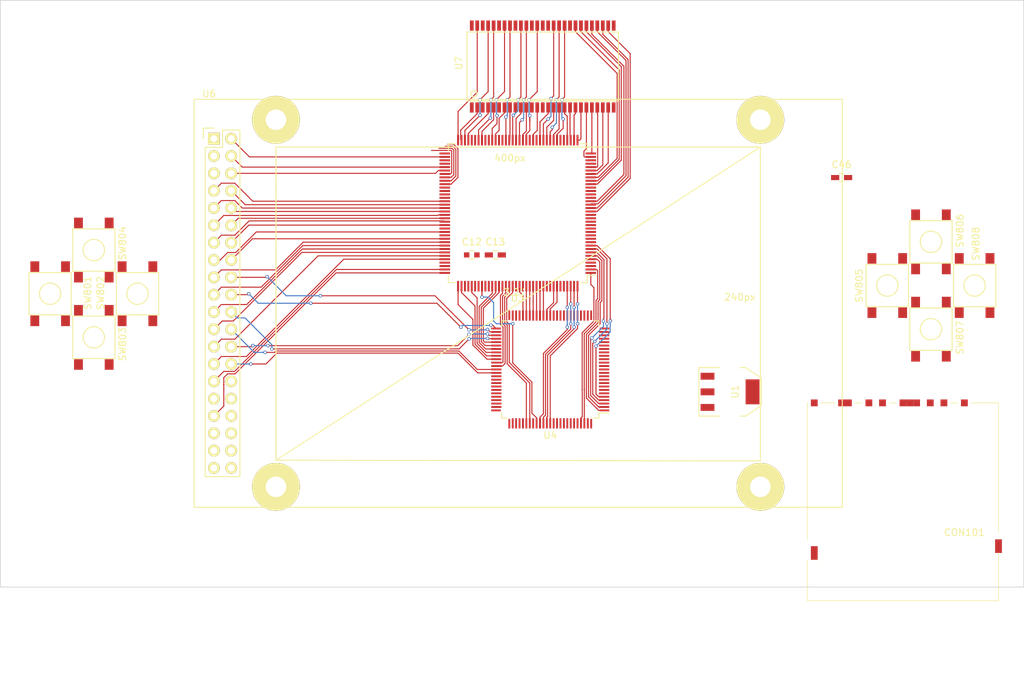
<source format=kicad_pcb>
(kicad_pcb (version 4) (host pcbnew "(2016-02-12 BZR 6554)-stable")

  (general
    (links 200)
    (no_connects 104)
    (area 55.549999 31.549999 205.650001 117.650001)
    (thickness 1.6)
    (drawings 4)
    (tracks 617)
    (zones 0)
    (modules 17)
    (nets 193)
  )

  (page A4)
  (layers
    (0 F.Cu signal)
    (31 B.Cu signal)
    (32 B.Adhes user)
    (33 F.Adhes user)
    (34 B.Paste user)
    (35 F.Paste user)
    (36 B.SilkS user)
    (37 F.SilkS user)
    (38 B.Mask user)
    (39 F.Mask user)
    (40 Dwgs.User user)
    (41 Cmts.User user)
    (42 Eco1.User user)
    (43 Eco2.User user)
    (44 Edge.Cuts user)
    (45 Margin user)
    (46 B.CrtYd user)
    (47 F.CrtYd user)
    (48 B.Fab user)
    (49 F.Fab user)
  )

  (setup
    (last_trace_width 0.153)
    (trace_clearance 0.153)
    (zone_clearance 0.508)
    (zone_45_only no)
    (trace_min 0.153)
    (segment_width 0.2)
    (edge_width 0.1)
    (via_size 0.5)
    (via_drill 0.3)
    (via_min_size 0.4)
    (via_min_drill 0.3)
    (uvia_size 0.3)
    (uvia_drill 0.1)
    (uvias_allowed no)
    (uvia_min_size 0.2)
    (uvia_min_drill 0.1)
    (pcb_text_width 0.3)
    (pcb_text_size 1.5 1.5)
    (mod_edge_width 0.15)
    (mod_text_size 1 1)
    (mod_text_width 0.15)
    (pad_size 1.5 1.5)
    (pad_drill 0.6)
    (pad_to_mask_clearance 0)
    (aux_axis_origin 0 0)
    (visible_elements FFFFFF7F)
    (pcbplotparams
      (layerselection 0x00030_ffffffff)
      (usegerberextensions false)
      (excludeedgelayer true)
      (linewidth 0.100000)
      (plotframeref false)
      (viasonmask false)
      (mode 1)
      (useauxorigin false)
      (hpglpennumber 1)
      (hpglpenspeed 20)
      (hpglpendiameter 15)
      (psnegative false)
      (psa4output false)
      (plotreference true)
      (plotvalue true)
      (plotinvisibletext false)
      (padsonsilk false)
      (subtractmaskfromsilk false)
      (outputformat 1)
      (mirror false)
      (drillshape 1)
      (scaleselection 1)
      (outputdirectory ""))
  )

  (net 0 "")
  (net 1 /FSMC/DA13)
  (net 2 /FSMC/E1_N)
  (net 3 "Net-(C4-Pad1)")
  (net 4 VFPGA33)
  (net 5 GNDD)
  (net 6 +1V2)
  (net 7 "Net-(R2-Pad2)")
  (net 8 "Net-(R3-Pad2)")
  (net 9 /FSMC/A23)
  (net 10 /FSMC/A19)
  (net 11 /FSMC/A20)
  (net 12 /FSMC/A21)
  (net 13 /FSMC/A22)
  (net 14 "Net-(U4-Pad7)")
  (net 15 "Net-(U4-Pad8)")
  (net 16 "Net-(U4-Pad9)")
  (net 17 "Net-(U4-Pad14)")
  (net 18 "Net-(U4-Pad15)")
  (net 19 "Net-(U4-Pad16)")
  (net 20 "Net-(U4-Pad17)")
  (net 21 "Net-(U4-Pad18)")
  (net 22 "Net-(U4-Pad23)")
  (net 23 "Net-(U4-Pad24)")
  (net 24 "Net-(U4-Pad25)")
  (net 25 "Net-(U4-Pad26)")
  (net 26 "Net-(U4-Pad29)")
  (net 27 "Net-(U4-Pad30)")
  (net 28 "Net-(U4-Pad31)")
  (net 29 "Net-(U4-Pad32)")
  (net 30 "Net-(U4-Pad33)")
  (net 31 "Net-(U4-Pad34)")
  (net 32 "Net-(U4-Pad35)")
  (net 33 "Net-(U4-Pad36)")
  (net 34 /FSMC/BOOT1)
  (net 35 /FSMC/DA4)
  (net 36 /FSMC/DA5)
  (net 37 /FSMC/DA6)
  (net 38 /FSMC/DA7)
  (net 39 /FSMC/DA8)
  (net 40 /FSMC/DA9)
  (net 41 /FSMC/DA10)
  (net 42 /FSMC/DA11)
  (net 43 /FSMC/DA12)
  (net 44 "Net-(U4-Pad47)")
  (net 45 "Net-(U4-Pad48)")
  (net 46 /FSMC/DA14)
  (net 47 /FSMC/DA15)
  (net 48 /FSMC/A16)
  (net 49 /FSMC/A17)
  (net 50 /FSMC/A18)
  (net 51 /FSMC/DA0)
  (net 52 /FSMC/DA1)
  (net 53 "Net-(U4-Pad67)")
  (net 54 "Net-(U4-Pad68)")
  (net 55 "Net-(U4-Pad69)")
  (net 56 "Net-(U4-Pad70)")
  (net 57 "Net-(U4-Pad71)")
  (net 58 /FSMC/DA2)
  (net 59 /FSMC/DA3)
  (net 60 /FSMC/CLK)
  (net 61 /FSMC/OE_N)
  (net 62 /FSMC/WE_N)
  (net 63 /FSMC/WAIT_N)
  (net 64 /FSMC/JTDO)
  (net 65 /FSMC/JRST_N)
  (net 66 "Net-(U4-Pad91)")
  (net 67 "Net-(U4-Pad92)")
  (net 68 /FSMC/ADV_N)
  (net 69 "Net-(U4-Pad94)")
  (net 70 "Net-(U4-Pad95)")
  (net 71 "Net-(U4-Pad96)")
  (net 72 /FSMC/BL0_N)
  (net 73 /FSMC/BL1_N)
  (net 74 VSTM33)
  (net 75 GND)
  (net 76 /powersupply/VCAP1)
  (net 77 /powersupply/VCAP2)
  (net 78 "Net-(U6-Pad5)")
  (net 79 "Net-(U6-Pad31)")
  (net 80 "Net-(U6-Pad35)")
  (net 81 "Net-(R14-Pad1)")
  (net 82 "Net-(U6-Pad38)")
  (net 83 "Net-(U6-Pad39)")
  (net 84 "Net-(U6-Pad40)")
  (net 85 /display/DB0)
  (net 86 /display/DB1)
  (net 87 /display/DB2)
  (net 88 /display/RS)
  (net 89 /display/DB3)
  (net 90 /display/WR)
  (net 91 /display/DB4)
  (net 92 /display/RD)
  (net 93 /display/DB5)
  (net 94 /display/DB8)
  (net 95 /display/DB6)
  (net 96 /display/DB9)
  (net 97 /display/DB7)
  (net 98 /display/DB10)
  (net 99 /display/DB11)
  (net 100 /display/DB12)
  (net 101 /display/DB13)
  (net 102 /display/DB14)
  (net 103 /display/DB15)
  (net 104 /display/CS)
  (net 105 /display/RST)
  (net 106 "Net-(U3-Pad73)")
  (net 107 /display/T_BUSY)
  (net 108 /display/T_IRQ)
  (net 109 /sdram/DQ0)
  (net 110 /sdram/DQ1)
  (net 111 /sdram/DQ2)
  (net 112 /sdram/DQ3)
  (net 113 /sdram/DQ4)
  (net 114 /sdram/DQ5)
  (net 115 /sdram/DQ6)
  (net 116 /sdram/DQ7)
  (net 117 /sdram/DQML)
  (net 118 /sdram/WE)
  (net 119 /sdram/CAS)
  (net 120 /sdram/RAS)
  (net 121 /sdram/CS)
  (net 122 /sdram/BA0)
  (net 123 /sdram/BA1)
  (net 124 /sdram/A10)
  (net 125 /sdram/A0)
  (net 126 /sdram/A1)
  (net 127 /sdram/A2)
  (net 128 /sdram/A3)
  (net 129 /sdram/A4)
  (net 130 /sdram/A5)
  (net 131 /sdram/A6)
  (net 132 /sdram/A7)
  (net 133 /sdram/A8)
  (net 134 /sdram/A9)
  (net 135 /sdram/A11)
  (net 136 "Net-(U7-Pad36)")
  (net 137 /sdram/CKE)
  (net 138 /sdram/CLK)
  (net 139 /sdram/DQMH)
  (net 140 "Net-(U7-Pad40)")
  (net 141 /sdram/DQ8)
  (net 142 /sdram/DQ9)
  (net 143 /sdram/DQ10)
  (net 144 /sdram/DQ11)
  (net 145 /sdram/DQ12)
  (net 146 /sdram/DQ13)
  (net 147 /sdram/DQ14)
  (net 148 /sdram/DQ15)
  (net 149 "Net-(U3-Pad10)")
  (net 150 "Net-(U3-Pad11)")
  (net 151 "Net-(U3-Pad13)")
  (net 152 "Net-(U3-Pad15)")
  (net 153 "Net-(U3-Pad16)")
  (net 154 "Net-(U3-Pad17)")
  (net 155 "Net-(U3-Pad18)")
  (net 156 "Net-(U3-Pad114)")
  (net 157 "Net-(U3-Pad115)")
  (net 158 /sdcard/SDIO_D3)
  (net 159 /sdcard/SDIO_CLK)
  (net 160 /sdcard/SDIO_D0)
  (net 161 /sdcard/SDIO_D1)
  (net 162 /sdcard/SDIO_D2)
  (net 163 /debug/FTMS)
  (net 164 /debug/FTDI)
  (net 165 /debug/FTCK)
  (net 166 /debug/FTDO)
  (net 167 /debug/OSCIN)
  (net 168 /debug/OSCOUT)
  (net 169 /FSMC/SDIO_CMD)
  (net 170 "Net-(CON101-Pad10)")
  (net 171 "Net-(CON101-Pad11)")
  (net 172 "Net-(CON101-Pad12)")
  (net 173 "Net-(CON101-Pad13)")
  (net 174 /userif/SW_LEFT)
  (net 175 /userif/SW_UP)
  (net 176 /userif/SW_DOWN)
  (net 177 /userif/SW_RIGHT)
  (net 178 /userif/SW_B)
  (net 179 /userif/SW_A)
  (net 180 /userif/SW_C)
  (net 181 /userif/SW_D)
  (net 182 /FSMC/T_CS)
  (net 183 /FSMC/T_CLK)
  (net 184 /FSMC/T_DOUT)
  (net 185 /FSMC/T_DIN)
  (net 186 /FSMC/JTMS)
  (net 187 /FSMC/JTCK)
  (net 188 /FSMC/JTDI)
  (net 189 "Net-(U6-Pad30)")
  (net 190 "Net-(U6-Pad32)")
  (net 191 "Net-(U6-Pad34)")
  (net 192 "Net-(U6-Pad36)")

  (net_class Default "This is the default net class."
    (clearance 0.153)
    (trace_width 0.153)
    (via_dia 0.5)
    (via_drill 0.3)
    (uvia_dia 0.3)
    (uvia_drill 0.1)
    (add_net +1V2)
    (add_net /FSMC/A16)
    (add_net /FSMC/A17)
    (add_net /FSMC/A18)
    (add_net /FSMC/A19)
    (add_net /FSMC/A20)
    (add_net /FSMC/A21)
    (add_net /FSMC/A22)
    (add_net /FSMC/A23)
    (add_net /FSMC/ADV_N)
    (add_net /FSMC/BL0_N)
    (add_net /FSMC/BL1_N)
    (add_net /FSMC/BOOT1)
    (add_net /FSMC/CLK)
    (add_net /FSMC/DA0)
    (add_net /FSMC/DA1)
    (add_net /FSMC/DA10)
    (add_net /FSMC/DA11)
    (add_net /FSMC/DA12)
    (add_net /FSMC/DA13)
    (add_net /FSMC/DA14)
    (add_net /FSMC/DA15)
    (add_net /FSMC/DA2)
    (add_net /FSMC/DA3)
    (add_net /FSMC/DA4)
    (add_net /FSMC/DA5)
    (add_net /FSMC/DA6)
    (add_net /FSMC/DA7)
    (add_net /FSMC/DA8)
    (add_net /FSMC/DA9)
    (add_net /FSMC/E1_N)
    (add_net /FSMC/JRST_N)
    (add_net /FSMC/JTCK)
    (add_net /FSMC/JTDI)
    (add_net /FSMC/JTDO)
    (add_net /FSMC/JTMS)
    (add_net /FSMC/OE_N)
    (add_net /FSMC/SDIO_CMD)
    (add_net /FSMC/T_CLK)
    (add_net /FSMC/T_CS)
    (add_net /FSMC/T_DIN)
    (add_net /FSMC/T_DOUT)
    (add_net /FSMC/WAIT_N)
    (add_net /FSMC/WE_N)
    (add_net /debug/FTCK)
    (add_net /debug/FTDI)
    (add_net /debug/FTDO)
    (add_net /debug/FTMS)
    (add_net /debug/OSCIN)
    (add_net /debug/OSCOUT)
    (add_net /display/CS)
    (add_net /display/DB0)
    (add_net /display/DB1)
    (add_net /display/DB10)
    (add_net /display/DB11)
    (add_net /display/DB12)
    (add_net /display/DB13)
    (add_net /display/DB14)
    (add_net /display/DB15)
    (add_net /display/DB2)
    (add_net /display/DB3)
    (add_net /display/DB4)
    (add_net /display/DB5)
    (add_net /display/DB6)
    (add_net /display/DB7)
    (add_net /display/DB8)
    (add_net /display/DB9)
    (add_net /display/RD)
    (add_net /display/RS)
    (add_net /display/RST)
    (add_net /display/T_BUSY)
    (add_net /display/T_IRQ)
    (add_net /display/WR)
    (add_net /powersupply/VCAP1)
    (add_net /powersupply/VCAP2)
    (add_net /sdcard/SDIO_CLK)
    (add_net /sdcard/SDIO_D0)
    (add_net /sdcard/SDIO_D1)
    (add_net /sdcard/SDIO_D2)
    (add_net /sdcard/SDIO_D3)
    (add_net /sdram/A0)
    (add_net /sdram/A1)
    (add_net /sdram/A10)
    (add_net /sdram/A11)
    (add_net /sdram/A2)
    (add_net /sdram/A3)
    (add_net /sdram/A4)
    (add_net /sdram/A5)
    (add_net /sdram/A6)
    (add_net /sdram/A7)
    (add_net /sdram/A8)
    (add_net /sdram/A9)
    (add_net /sdram/BA0)
    (add_net /sdram/BA1)
    (add_net /sdram/CAS)
    (add_net /sdram/CKE)
    (add_net /sdram/CLK)
    (add_net /sdram/CS)
    (add_net /sdram/DQ0)
    (add_net /sdram/DQ1)
    (add_net /sdram/DQ10)
    (add_net /sdram/DQ11)
    (add_net /sdram/DQ12)
    (add_net /sdram/DQ13)
    (add_net /sdram/DQ14)
    (add_net /sdram/DQ15)
    (add_net /sdram/DQ2)
    (add_net /sdram/DQ3)
    (add_net /sdram/DQ4)
    (add_net /sdram/DQ5)
    (add_net /sdram/DQ6)
    (add_net /sdram/DQ7)
    (add_net /sdram/DQ8)
    (add_net /sdram/DQ9)
    (add_net /sdram/DQMH)
    (add_net /sdram/DQML)
    (add_net /sdram/RAS)
    (add_net /sdram/WE)
    (add_net /userif/SW_A)
    (add_net /userif/SW_B)
    (add_net /userif/SW_C)
    (add_net /userif/SW_D)
    (add_net /userif/SW_DOWN)
    (add_net /userif/SW_LEFT)
    (add_net /userif/SW_RIGHT)
    (add_net /userif/SW_UP)
    (add_net GND)
    (add_net GNDD)
    (add_net "Net-(C4-Pad1)")
    (add_net "Net-(CON101-Pad10)")
    (add_net "Net-(CON101-Pad11)")
    (add_net "Net-(CON101-Pad12)")
    (add_net "Net-(CON101-Pad13)")
    (add_net "Net-(R14-Pad1)")
    (add_net "Net-(R2-Pad2)")
    (add_net "Net-(R3-Pad2)")
    (add_net "Net-(U3-Pad10)")
    (add_net "Net-(U3-Pad11)")
    (add_net "Net-(U3-Pad114)")
    (add_net "Net-(U3-Pad115)")
    (add_net "Net-(U3-Pad13)")
    (add_net "Net-(U3-Pad15)")
    (add_net "Net-(U3-Pad16)")
    (add_net "Net-(U3-Pad17)")
    (add_net "Net-(U3-Pad18)")
    (add_net "Net-(U3-Pad73)")
    (add_net "Net-(U4-Pad14)")
    (add_net "Net-(U4-Pad15)")
    (add_net "Net-(U4-Pad16)")
    (add_net "Net-(U4-Pad17)")
    (add_net "Net-(U4-Pad18)")
    (add_net "Net-(U4-Pad23)")
    (add_net "Net-(U4-Pad24)")
    (add_net "Net-(U4-Pad25)")
    (add_net "Net-(U4-Pad26)")
    (add_net "Net-(U4-Pad29)")
    (add_net "Net-(U4-Pad30)")
    (add_net "Net-(U4-Pad31)")
    (add_net "Net-(U4-Pad32)")
    (add_net "Net-(U4-Pad33)")
    (add_net "Net-(U4-Pad34)")
    (add_net "Net-(U4-Pad35)")
    (add_net "Net-(U4-Pad36)")
    (add_net "Net-(U4-Pad47)")
    (add_net "Net-(U4-Pad48)")
    (add_net "Net-(U4-Pad67)")
    (add_net "Net-(U4-Pad68)")
    (add_net "Net-(U4-Pad69)")
    (add_net "Net-(U4-Pad7)")
    (add_net "Net-(U4-Pad70)")
    (add_net "Net-(U4-Pad71)")
    (add_net "Net-(U4-Pad8)")
    (add_net "Net-(U4-Pad9)")
    (add_net "Net-(U4-Pad91)")
    (add_net "Net-(U4-Pad92)")
    (add_net "Net-(U4-Pad94)")
    (add_net "Net-(U4-Pad95)")
    (add_net "Net-(U4-Pad96)")
    (add_net "Net-(U6-Pad30)")
    (add_net "Net-(U6-Pad31)")
    (add_net "Net-(U6-Pad32)")
    (add_net "Net-(U6-Pad34)")
    (add_net "Net-(U6-Pad35)")
    (add_net "Net-(U6-Pad36)")
    (add_net "Net-(U6-Pad38)")
    (add_net "Net-(U6-Pad39)")
    (add_net "Net-(U6-Pad40)")
    (add_net "Net-(U6-Pad5)")
    (add_net "Net-(U7-Pad36)")
    (add_net "Net-(U7-Pad40)")
    (add_net VFPGA33)
    (add_net VSTM33)
  )

  (module itead-display:ITDB02-3.2WD (layer F.Cu) (tedit 56C6AB88) (tstamp 56C69EE3)
    (at 86.9 51.879)
    (path /563244F7/56C57ED6)
    (fp_text reference U6 (at -0.7 -6.575) (layer F.SilkS)
      (effects (font (size 1 1) (thickness 0.15)))
    )
    (fp_text value ITDB02-3.2WD (at 9.3 -6.575) (layer F.Fab)
      (effects (font (size 1 1) (thickness 0.15)))
    )
    (fp_text user 240px (at 77.1 23.225) (layer F.SilkS)
      (effects (font (size 1 1) (thickness 0.15)))
    )
    (fp_text user 400px (at 43.4 2.825) (layer F.SilkS)
      (effects (font (size 1 1) (thickness 0.15)))
    )
    (fp_text user 3.2" (at 44 22.525) (layer F.SilkS)
      (effects (font (size 1 1) (thickness 0.15)))
    )
    (fp_line (start 9.1 47.125) (end 80.1 1.225) (layer F.SilkS) (width 0.15))
    (fp_line (start 9.1 47.125) (end 9.1 1.225) (layer F.SilkS) (width 0.15))
    (fp_line (start 80.1 47.225) (end 9.1 47.125) (layer F.SilkS) (width 0.15))
    (fp_line (start 80.1 1.225) (end 80.1 47.225) (layer F.SilkS) (width 0.15))
    (fp_line (start 9.1 1.225) (end 80.1 1.225) (layer F.SilkS) (width 0.15))
    (fp_line (start -2.9 54.025) (end -2.9 -5.775) (layer F.SilkS) (width 0.15))
    (fp_line (start 92.1 54.025) (end -2.9 54.025) (layer F.SilkS) (width 0.15))
    (fp_line (start 92.1 -5.775) (end 92.1 54.025) (layer F.SilkS) (width 0.15))
    (fp_line (start -2.9 -5.775) (end 92.1 -5.775) (layer F.SilkS) (width 0.15))
    (fp_line (start -1.75 -1.7504) (end -1.75 50.0496) (layer F.CrtYd) (width 0.05))
    (fp_line (start 4.3 -1.7504) (end 4.3 50.0496) (layer F.CrtYd) (width 0.05))
    (fp_line (start -1.75 -1.7504) (end 4.3 -1.7504) (layer F.CrtYd) (width 0.05))
    (fp_line (start -1.75 50.0496) (end 4.3 50.0496) (layer F.CrtYd) (width 0.05))
    (fp_line (start 3.81 49.5296) (end 3.81 -1.2704) (layer F.SilkS) (width 0.15))
    (fp_line (start -1.27 1.2696) (end -1.27 49.5296) (layer F.SilkS) (width 0.15))
    (fp_line (start 3.81 49.5296) (end -1.27 49.5296) (layer F.SilkS) (width 0.15))
    (fp_line (start 3.81 -1.2704) (end 1.27 -1.2704) (layer F.SilkS) (width 0.15))
    (fp_line (start 0 -1.5504) (end -1.55 -1.5504) (layer F.SilkS) (width 0.15))
    (fp_line (start 1.27 -1.2704) (end 1.27 1.2696) (layer F.SilkS) (width 0.15))
    (fp_line (start 1.27 1.2696) (end -1.27 1.2696) (layer F.SilkS) (width 0.15))
    (fp_line (start -1.55 -1.5504) (end -1.55 -0.0004) (layer F.SilkS) (width 0.15))
    (pad 1 thru_hole rect (at 0 -0.0004) (size 1.7272 1.7272) (drill 1.016) (layers *.Cu *.Mask F.SilkS)
      (net 5 GNDD))
    (pad 2 thru_hole oval (at 2.54 -0.0004) (size 1.7272 1.7272) (drill 1.016) (layers *.Cu *.Mask F.SilkS)
      (net 85 /display/DB0))
    (pad 3 thru_hole oval (at 0 2.5396) (size 1.7272 1.7272) (drill 1.016) (layers *.Cu *.Mask F.SilkS)
      (net 4 VFPGA33))
    (pad 4 thru_hole oval (at 2.54 2.5396) (size 1.7272 1.7272) (drill 1.016) (layers *.Cu *.Mask F.SilkS)
      (net 86 /display/DB1))
    (pad 5 thru_hole oval (at 0 5.0796) (size 1.7272 1.7272) (drill 1.016) (layers *.Cu *.Mask F.SilkS)
      (net 78 "Net-(U6-Pad5)"))
    (pad 6 thru_hole oval (at 2.54 5.0796) (size 1.7272 1.7272) (drill 1.016) (layers *.Cu *.Mask F.SilkS)
      (net 87 /display/DB2))
    (pad 7 thru_hole oval (at 0 7.6196) (size 1.7272 1.7272) (drill 1.016) (layers *.Cu *.Mask F.SilkS)
      (net 88 /display/RS))
    (pad 8 thru_hole oval (at 2.54 7.6196) (size 1.7272 1.7272) (drill 1.016) (layers *.Cu *.Mask F.SilkS)
      (net 89 /display/DB3))
    (pad 9 thru_hole oval (at 0 10.1596) (size 1.7272 1.7272) (drill 1.016) (layers *.Cu *.Mask F.SilkS)
      (net 90 /display/WR))
    (pad 10 thru_hole oval (at 2.54 10.1596) (size 1.7272 1.7272) (drill 1.016) (layers *.Cu *.Mask F.SilkS)
      (net 91 /display/DB4))
    (pad 11 thru_hole oval (at 0 12.6996) (size 1.7272 1.7272) (drill 1.016) (layers *.Cu *.Mask F.SilkS)
      (net 92 /display/RD))
    (pad 12 thru_hole oval (at 2.54 12.6996) (size 1.7272 1.7272) (drill 1.016) (layers *.Cu *.Mask F.SilkS)
      (net 93 /display/DB5))
    (pad 13 thru_hole oval (at 0 15.2396) (size 1.7272 1.7272) (drill 1.016) (layers *.Cu *.Mask F.SilkS)
      (net 94 /display/DB8))
    (pad 14 thru_hole oval (at 2.54 15.2396) (size 1.7272 1.7272) (drill 1.016) (layers *.Cu *.Mask F.SilkS)
      (net 95 /display/DB6))
    (pad 15 thru_hole oval (at 0 17.7796) (size 1.7272 1.7272) (drill 1.016) (layers *.Cu *.Mask F.SilkS)
      (net 96 /display/DB9))
    (pad 16 thru_hole oval (at 2.54 17.7796) (size 1.7272 1.7272) (drill 1.016) (layers *.Cu *.Mask F.SilkS)
      (net 97 /display/DB7))
    (pad 17 thru_hole oval (at 0 20.3196) (size 1.7272 1.7272) (drill 1.016) (layers *.Cu *.Mask F.SilkS)
      (net 98 /display/DB10))
    (pad 18 thru_hole oval (at 2.54 20.3196) (size 1.7272 1.7272) (drill 1.016) (layers *.Cu *.Mask F.SilkS)
      (net 183 /FSMC/T_CLK))
    (pad 19 thru_hole oval (at 0 22.8596) (size 1.7272 1.7272) (drill 1.016) (layers *.Cu *.Mask F.SilkS)
      (net 99 /display/DB11))
    (pad 20 thru_hole oval (at 2.54 22.8596) (size 1.7272 1.7272) (drill 1.016) (layers *.Cu *.Mask F.SilkS)
      (net 182 /FSMC/T_CS))
    (pad 21 thru_hole oval (at 0 25.3996) (size 1.7272 1.7272) (drill 1.016) (layers *.Cu *.Mask F.SilkS)
      (net 100 /display/DB12))
    (pad 22 thru_hole oval (at 2.54 25.3996) (size 1.7272 1.7272) (drill 1.016) (layers *.Cu *.Mask F.SilkS)
      (net 185 /FSMC/T_DIN))
    (pad 23 thru_hole oval (at 0 27.9396) (size 1.7272 1.7272) (drill 1.016) (layers *.Cu *.Mask F.SilkS)
      (net 101 /display/DB13))
    (pad 24 thru_hole oval (at 2.54 27.9396) (size 1.7272 1.7272) (drill 1.016) (layers *.Cu *.Mask F.SilkS)
      (net 107 /display/T_BUSY))
    (pad 25 thru_hole oval (at 0 30.4796) (size 1.7272 1.7272) (drill 1.016) (layers *.Cu *.Mask F.SilkS)
      (net 102 /display/DB14))
    (pad 26 thru_hole oval (at 2.54 30.4796) (size 1.7272 1.7272) (drill 1.016) (layers *.Cu *.Mask F.SilkS)
      (net 184 /FSMC/T_DOUT))
    (pad 27 thru_hole oval (at 0 33.0196) (size 1.7272 1.7272) (drill 1.016) (layers *.Cu *.Mask F.SilkS)
      (net 103 /display/DB15))
    (pad 28 thru_hole oval (at 2.54 33.0196) (size 1.7272 1.7272) (drill 1.016) (layers *.Cu *.Mask F.SilkS)
      (net 108 /display/T_IRQ))
    (pad 29 thru_hole oval (at 0 35.5596) (size 1.7272 1.7272) (drill 1.016) (layers *.Cu *.Mask F.SilkS)
      (net 104 /display/CS))
    (pad 30 thru_hole oval (at 2.54 35.5596) (size 1.7272 1.7272) (drill 1.016) (layers *.Cu *.Mask F.SilkS)
      (net 189 "Net-(U6-Pad30)"))
    (pad 31 thru_hole oval (at 0 38.0996) (size 1.7272 1.7272) (drill 1.016) (layers *.Cu *.Mask F.SilkS)
      (net 79 "Net-(U6-Pad31)"))
    (pad 32 thru_hole oval (at 2.54 38.0996) (size 1.7272 1.7272) (drill 1.016) (layers *.Cu *.Mask F.SilkS)
      (net 190 "Net-(U6-Pad32)"))
    (pad 33 thru_hole oval (at 0 40.6396) (size 1.7272 1.7272) (drill 1.016) (layers *.Cu *.Mask F.SilkS)
      (net 105 /display/RST))
    (pad 34 thru_hole oval (at 2.54 40.6396) (size 1.7272 1.7272) (drill 1.016) (layers *.Cu *.Mask F.SilkS)
      (net 191 "Net-(U6-Pad34)"))
    (pad 35 thru_hole oval (at 0 43.1796) (size 1.7272 1.7272) (drill 1.016) (layers *.Cu *.Mask F.SilkS)
      (net 80 "Net-(U6-Pad35)"))
    (pad 36 thru_hole oval (at 2.54 43.1796) (size 1.7272 1.7272) (drill 1.016) (layers *.Cu *.Mask F.SilkS)
      (net 192 "Net-(U6-Pad36)"))
    (pad 37 thru_hole oval (at 0 45.7196) (size 1.7272 1.7272) (drill 1.016) (layers *.Cu *.Mask F.SilkS)
      (net 81 "Net-(R14-Pad1)"))
    (pad 38 thru_hole oval (at 2.54 45.7196) (size 1.7272 1.7272) (drill 1.016) (layers *.Cu *.Mask F.SilkS)
      (net 82 "Net-(U6-Pad38)"))
    (pad 39 thru_hole oval (at 0 48.2596) (size 1.7272 1.7272) (drill 1.016) (layers *.Cu *.Mask F.SilkS)
      (net 83 "Net-(U6-Pad39)"))
    (pad 40 thru_hole oval (at 2.54 48.2596) (size 1.7272 1.7272) (drill 1.016) (layers *.Cu *.Mask F.SilkS)
      (net 84 "Net-(U6-Pad40)"))
    (pad "" np_thru_hole circle (at 9.1 -2.775) (size 7 7) (drill 3) (layers *.Cu *.Mask F.SilkS))
    (pad "" np_thru_hole circle (at 9.1 51.025) (size 7 7) (drill 3) (layers *.Cu *.Mask F.SilkS))
    (pad "" np_thru_hole circle (at 80.1 -2.775) (size 7 7) (drill 3) (layers *.Cu *.Mask F.SilkS))
    (pad "" np_thru_hole circle (at 80.1 51.025) (size 7 7) (drill 3) (layers *.Cu *.Mask F.SilkS))
    (model Pin_Headers.3dshapes/Pin_Header_Straight_2x20.wrl
      (at (xyz 0.05 -0.95 0))
      (scale (xyz 1 1 1))
      (rotate (xyz 0 0 90))
    )
  )

  (module smd:TSOP-54 (layer F.Cu) (tedit 56C6D015) (tstamp 56C6E984)
    (at 124.7 47.3)
    (path /563244F7/56C702B2)
    (fp_text reference U7 (at -1.9 -6.5 90) (layer F.SilkS)
      (effects (font (size 1 1) (thickness 0.15)))
    )
    (fp_text value IS42S16800F (at 10.05 -5.8) (layer F.Fab)
      (effects (font (size 1 1) (thickness 0.15)))
    )
    (fp_circle (center 0.323502 -2) (end 0.55 -1.6) (layer F.SilkS) (width 0.15))
    (fp_line (start 21.5 -11.05) (end -0.7 -11.05) (layer F.SilkS) (width 0.15))
    (fp_line (start 21.5 -0.95) (end 21.5 -11.05) (layer F.SilkS) (width 0.15))
    (fp_line (start -0.7 -0.95) (end 21.5 -0.95) (layer F.SilkS) (width 0.15))
    (fp_line (start -0.7 -11.05) (end -0.7 -0.95) (layer F.SilkS) (width 0.15))
    (pad 1 smd rect (at 0 0) (size 0.55 1.5) (layers F.Cu F.Paste F.Mask)
      (net 4 VFPGA33))
    (pad 2 smd rect (at 0.8 0) (size 0.55 1.5) (layers F.Cu F.Paste F.Mask)
      (net 109 /sdram/DQ0))
    (pad 3 smd rect (at 1.6 0) (size 0.55 1.5) (layers F.Cu F.Paste F.Mask)
      (net 5 GNDD))
    (pad 4 smd rect (at 2.4 0) (size 0.55 1.5) (layers F.Cu F.Paste F.Mask)
      (net 110 /sdram/DQ1))
    (pad 5 smd rect (at 3.2 0) (size 0.55 1.5) (layers F.Cu F.Paste F.Mask)
      (net 111 /sdram/DQ2))
    (pad 6 smd rect (at 4 0) (size 0.55 1.5) (layers F.Cu F.Paste F.Mask)
      (net 5 GNDD))
    (pad 7 smd rect (at 4.8 0) (size 0.55 1.5) (layers F.Cu F.Paste F.Mask)
      (net 112 /sdram/DQ3))
    (pad 8 smd rect (at 5.6 0) (size 0.55 1.5) (layers F.Cu F.Paste F.Mask)
      (net 113 /sdram/DQ4))
    (pad 9 smd rect (at 6.4 0) (size 0.55 1.5) (layers F.Cu F.Paste F.Mask)
      (net 5 GNDD))
    (pad 10 smd rect (at 7.2 0) (size 0.55 1.5) (layers F.Cu F.Paste F.Mask)
      (net 114 /sdram/DQ5))
    (pad 11 smd rect (at 8 0) (size 0.55 1.5) (layers F.Cu F.Paste F.Mask)
      (net 115 /sdram/DQ6))
    (pad 12 smd rect (at 8.8 0) (size 0.55 1.5) (layers F.Cu F.Paste F.Mask)
      (net 5 GNDD))
    (pad 13 smd rect (at 9.6 0) (size 0.55 1.5) (layers F.Cu F.Paste F.Mask)
      (net 116 /sdram/DQ7))
    (pad 14 smd rect (at 10.4 0) (size 0.55 1.5) (layers F.Cu F.Paste F.Mask)
      (net 4 VFPGA33))
    (pad 15 smd rect (at 11.2 0) (size 0.55 1.5) (layers F.Cu F.Paste F.Mask)
      (net 117 /sdram/DQML))
    (pad 16 smd rect (at 12 0) (size 0.55 1.5) (layers F.Cu F.Paste F.Mask)
      (net 118 /sdram/WE))
    (pad 17 smd rect (at 12.8 0) (size 0.55 1.5) (layers F.Cu F.Paste F.Mask)
      (net 119 /sdram/CAS))
    (pad 18 smd rect (at 13.6 0) (size 0.55 1.5) (layers F.Cu F.Paste F.Mask)
      (net 120 /sdram/RAS))
    (pad 19 smd rect (at 14.4 0) (size 0.55 1.5) (layers F.Cu F.Paste F.Mask)
      (net 121 /sdram/CS))
    (pad 20 smd rect (at 15.2 0) (size 0.55 1.5) (layers F.Cu F.Paste F.Mask)
      (net 122 /sdram/BA0))
    (pad 21 smd rect (at 16 0) (size 0.55 1.5) (layers F.Cu F.Paste F.Mask)
      (net 123 /sdram/BA1))
    (pad 22 smd rect (at 16.8 0) (size 0.55 1.5) (layers F.Cu F.Paste F.Mask)
      (net 124 /sdram/A10))
    (pad 23 smd rect (at 17.6 0) (size 0.55 1.5) (layers F.Cu F.Paste F.Mask)
      (net 125 /sdram/A0))
    (pad 24 smd rect (at 18.4 0) (size 0.55 1.5) (layers F.Cu F.Paste F.Mask)
      (net 126 /sdram/A1))
    (pad 25 smd rect (at 19.2 0) (size 0.55 1.5) (layers F.Cu F.Paste F.Mask)
      (net 127 /sdram/A2))
    (pad 26 smd rect (at 20 0) (size 0.55 1.5) (layers F.Cu F.Paste F.Mask)
      (net 128 /sdram/A3))
    (pad 27 smd rect (at 20.8 0) (size 0.55 1.5) (layers F.Cu F.Paste F.Mask)
      (net 4 VFPGA33))
    (pad 28 smd rect (at 20.8 -12) (size 0.55 1.5) (layers F.Cu F.Paste F.Mask)
      (net 4 VFPGA33))
    (pad 29 smd rect (at 20 -12) (size 0.55 1.5) (layers F.Cu F.Paste F.Mask)
      (net 129 /sdram/A4))
    (pad 30 smd rect (at 19.2 -12) (size 0.55 1.5) (layers F.Cu F.Paste F.Mask)
      (net 130 /sdram/A5))
    (pad 31 smd rect (at 18.4 -12) (size 0.55 1.5) (layers F.Cu F.Paste F.Mask)
      (net 131 /sdram/A6))
    (pad 32 smd rect (at 17.6 -12) (size 0.55 1.5) (layers F.Cu F.Paste F.Mask)
      (net 132 /sdram/A7))
    (pad 33 smd rect (at 16.8 -12) (size 0.55 1.5) (layers F.Cu F.Paste F.Mask)
      (net 133 /sdram/A8))
    (pad 34 smd rect (at 16 -12) (size 0.55 1.5) (layers F.Cu F.Paste F.Mask)
      (net 134 /sdram/A9))
    (pad 35 smd rect (at 15.2 -12) (size 0.55 1.5) (layers F.Cu F.Paste F.Mask)
      (net 135 /sdram/A11))
    (pad 36 smd rect (at 14.4 -12) (size 0.55 1.5) (layers F.Cu F.Paste F.Mask)
      (net 136 "Net-(U7-Pad36)"))
    (pad 37 smd rect (at 13.6 -12) (size 0.55 1.5) (layers F.Cu F.Paste F.Mask)
      (net 137 /sdram/CKE))
    (pad 38 smd rect (at 12.8 -12) (size 0.55 1.5) (layers F.Cu F.Paste F.Mask)
      (net 138 /sdram/CLK))
    (pad 39 smd rect (at 12 -12) (size 0.55 1.5) (layers F.Cu F.Paste F.Mask)
      (net 139 /sdram/DQMH))
    (pad 40 smd rect (at 11.2 -12) (size 0.55 1.5) (layers F.Cu F.Paste F.Mask)
      (net 140 "Net-(U7-Pad40)"))
    (pad 41 smd rect (at 10.4 -12) (size 0.55 1.5) (layers F.Cu F.Paste F.Mask)
      (net 4 VFPGA33))
    (pad 42 smd rect (at 9.6 -12) (size 0.55 1.5) (layers F.Cu F.Paste F.Mask)
      (net 141 /sdram/DQ8))
    (pad 43 smd rect (at 8.8 -12) (size 0.55 1.5) (layers F.Cu F.Paste F.Mask)
      (net 5 GNDD))
    (pad 44 smd rect (at 8 -12) (size 0.55 1.5) (layers F.Cu F.Paste F.Mask)
      (net 142 /sdram/DQ9))
    (pad 45 smd rect (at 7.2 -12) (size 0.55 1.5) (layers F.Cu F.Paste F.Mask)
      (net 143 /sdram/DQ10))
    (pad 46 smd rect (at 6.4 -12) (size 0.55 1.5) (layers F.Cu F.Paste F.Mask)
      (net 5 GNDD))
    (pad 47 smd rect (at 5.6 -12) (size 0.55 1.5) (layers F.Cu F.Paste F.Mask)
      (net 144 /sdram/DQ11))
    (pad 48 smd rect (at 4.8 -12) (size 0.55 1.5) (layers F.Cu F.Paste F.Mask)
      (net 145 /sdram/DQ12))
    (pad 49 smd rect (at 4 -12) (size 0.55 1.5) (layers F.Cu F.Paste F.Mask)
      (net 5 GNDD))
    (pad 50 smd rect (at 3.2 -12) (size 0.55 1.5) (layers F.Cu F.Paste F.Mask)
      (net 146 /sdram/DQ13))
    (pad 51 smd rect (at 2.4 -12) (size 0.55 1.5) (layers F.Cu F.Paste F.Mask)
      (net 147 /sdram/DQ14))
    (pad 52 smd rect (at 1.6 -12) (size 0.55 1.5) (layers F.Cu F.Paste F.Mask)
      (net 5 GNDD))
    (pad 53 smd rect (at 0.8 -12) (size 0.55 1.5) (layers F.Cu F.Paste F.Mask)
      (net 148 /sdram/DQ15))
    (pad 54 smd rect (at 0 -12) (size 0.55 1.5) (layers F.Cu F.Paste F.Mask)
      (net 4 VFPGA33))
  )

  (module Housings_QFP:LQFP-144_20x20mm_Pitch0.5mm (layer F.Cu) (tedit 54130A77) (tstamp 56C45027)
    (at 131.443728 62.795542 180)
    (descr "144-Lead Plastic Low Profile Quad Flatpack (PL) - 20x20x1.40 mm Body [LQFP], 2.00 mm Footprint (see Microchip Packaging Specification 00000049BS.pdf)")
    (tags "QFP 0.5")
    (path /563244F7/56323459)
    (attr smd)
    (fp_text reference U3 (at 0 -12.475 180) (layer F.SilkS)
      (effects (font (size 1 1) (thickness 0.15)))
    )
    (fp_text value LFXP2-5E-6TN144C (at 0 12.475 180) (layer F.Fab)
      (effects (font (size 1 1) (thickness 0.15)))
    )
    (fp_line (start -11.75 -11.75) (end -11.75 11.75) (layer F.CrtYd) (width 0.05))
    (fp_line (start 11.75 -11.75) (end 11.75 11.75) (layer F.CrtYd) (width 0.05))
    (fp_line (start -11.75 -11.75) (end 11.75 -11.75) (layer F.CrtYd) (width 0.05))
    (fp_line (start -11.75 11.75) (end 11.75 11.75) (layer F.CrtYd) (width 0.05))
    (fp_line (start -10.175 -10.175) (end -10.175 -9.125) (layer F.SilkS) (width 0.15))
    (fp_line (start 10.175 -10.175) (end 10.175 -9.125) (layer F.SilkS) (width 0.15))
    (fp_line (start 10.175 10.175) (end 10.175 9.125) (layer F.SilkS) (width 0.15))
    (fp_line (start -10.175 10.175) (end -10.175 9.125) (layer F.SilkS) (width 0.15))
    (fp_line (start -10.175 -10.175) (end -9.125 -10.175) (layer F.SilkS) (width 0.15))
    (fp_line (start -10.175 10.175) (end -9.125 10.175) (layer F.SilkS) (width 0.15))
    (fp_line (start 10.175 10.175) (end 9.125 10.175) (layer F.SilkS) (width 0.15))
    (fp_line (start 10.175 -10.175) (end 9.125 -10.175) (layer F.SilkS) (width 0.15))
    (fp_line (start -10.175 -9.125) (end -11.475 -9.125) (layer F.SilkS) (width 0.15))
    (pad 1 smd rect (at -10.7 -8.75 180) (size 1.55 0.3) (layers F.Cu F.Paste F.Mask)
      (net 72 /FSMC/BL0_N))
    (pad 2 smd rect (at -10.7 -8.25 180) (size 1.55 0.3) (layers F.Cu F.Paste F.Mask)
      (net 73 /FSMC/BL1_N))
    (pad 3 smd rect (at -10.7 -7.75 180) (size 1.55 0.3) (layers F.Cu F.Paste F.Mask)
      (net 75 GND))
    (pad 4 smd rect (at -10.7 -7.25 180) (size 1.55 0.3) (layers F.Cu F.Paste F.Mask)
      (net 4 VFPGA33))
    (pad 5 smd rect (at -10.7 -6.75 180) (size 1.55 0.3) (layers F.Cu F.Paste F.Mask)
      (net 9 /FSMC/A23))
    (pad 6 smd rect (at -10.7 -6.25 180) (size 1.55 0.3) (layers F.Cu F.Paste F.Mask)
      (net 10 /FSMC/A19))
    (pad 7 smd rect (at -10.7 -5.75 180) (size 1.55 0.3) (layers F.Cu F.Paste F.Mask)
      (net 11 /FSMC/A20))
    (pad 8 smd rect (at -10.7 -5.25 180) (size 1.55 0.3) (layers F.Cu F.Paste F.Mask)
      (net 12 /FSMC/A21))
    (pad 9 smd rect (at -10.7 -4.75 180) (size 1.55 0.3) (layers F.Cu F.Paste F.Mask)
      (net 13 /FSMC/A22))
    (pad 10 smd rect (at -10.7 -4.25 180) (size 1.55 0.3) (layers F.Cu F.Paste F.Mask)
      (net 149 "Net-(U3-Pad10)"))
    (pad 11 smd rect (at -10.7 -3.75 180) (size 1.55 0.3) (layers F.Cu F.Paste F.Mask)
      (net 150 "Net-(U3-Pad11)"))
    (pad 12 smd rect (at -10.7 -3.25 180) (size 1.55 0.3) (layers F.Cu F.Paste F.Mask)
      (net 75 GND))
    (pad 13 smd rect (at -10.7 -2.75 180) (size 1.55 0.3) (layers F.Cu F.Paste F.Mask)
      (net 151 "Net-(U3-Pad13)"))
    (pad 14 smd rect (at -10.7 -2.25 180) (size 1.55 0.3) (layers F.Cu F.Paste F.Mask)
      (net 4 VFPGA33))
    (pad 15 smd rect (at -10.7 -1.75 180) (size 1.55 0.3) (layers F.Cu F.Paste F.Mask)
      (net 152 "Net-(U3-Pad15)"))
    (pad 16 smd rect (at -10.7 -1.25 180) (size 1.55 0.3) (layers F.Cu F.Paste F.Mask)
      (net 153 "Net-(U3-Pad16)"))
    (pad 17 smd rect (at -10.7 -0.75 180) (size 1.55 0.3) (layers F.Cu F.Paste F.Mask)
      (net 154 "Net-(U3-Pad17)"))
    (pad 18 smd rect (at -10.7 -0.25 180) (size 1.55 0.3) (layers F.Cu F.Paste F.Mask)
      (net 155 "Net-(U3-Pad18)"))
    (pad 19 smd rect (at -10.7 0.25 180) (size 1.55 0.3) (layers F.Cu F.Paste F.Mask)
      (net 129 /sdram/A4))
    (pad 20 smd rect (at -10.7 0.75 180) (size 1.55 0.3) (layers F.Cu F.Paste F.Mask)
      (net 130 /sdram/A5))
    (pad 21 smd rect (at -10.7 1.25 180) (size 1.55 0.3) (layers F.Cu F.Paste F.Mask)
      (net 131 /sdram/A6))
    (pad 22 smd rect (at -10.7 1.75 180) (size 1.55 0.3) (layers F.Cu F.Paste F.Mask)
      (net 132 /sdram/A7))
    (pad 23 smd rect (at -10.7 2.25 180) (size 1.55 0.3) (layers F.Cu F.Paste F.Mask)
      (net 4 VFPGA33))
    (pad 24 smd rect (at -10.7 2.75 180) (size 1.55 0.3) (layers F.Cu F.Paste F.Mask)
      (net 6 +1V2))
    (pad 25 smd rect (at -10.7 3.25 180) (size 1.55 0.3) (layers F.Cu F.Paste F.Mask)
      (net 7 "Net-(R2-Pad2)"))
    (pad 26 smd rect (at -10.7 3.75 180) (size 1.55 0.3) (layers F.Cu F.Paste F.Mask)
      (net 8 "Net-(R3-Pad2)"))
    (pad 27 smd rect (at -10.7 4.25 180) (size 1.55 0.3) (layers F.Cu F.Paste F.Mask)
      (net 133 /sdram/A8))
    (pad 28 smd rect (at -10.7 4.75 180) (size 1.55 0.3) (layers F.Cu F.Paste F.Mask)
      (net 134 /sdram/A9))
    (pad 29 smd rect (at -10.7 5.25 180) (size 1.55 0.3) (layers F.Cu F.Paste F.Mask)
      (net 135 /sdram/A11))
    (pad 30 smd rect (at -10.7 5.75 180) (size 1.55 0.3) (layers F.Cu F.Paste F.Mask)
      (net 128 /sdram/A3))
    (pad 31 smd rect (at -10.7 6.25 180) (size 1.55 0.3) (layers F.Cu F.Paste F.Mask)
      (net 127 /sdram/A2))
    (pad 32 smd rect (at -10.7 6.75 180) (size 1.55 0.3) (layers F.Cu F.Paste F.Mask)
      (net 126 /sdram/A1))
    (pad 33 smd rect (at -10.7 7.25 180) (size 1.55 0.3) (layers F.Cu F.Paste F.Mask)
      (net 4 VFPGA33))
    (pad 34 smd rect (at -10.7 7.75 180) (size 1.55 0.3) (layers F.Cu F.Paste F.Mask)
      (net 75 GND))
    (pad 35 smd rect (at -10.7 8.25 180) (size 1.55 0.3) (layers F.Cu F.Paste F.Mask)
      (net 124 /sdram/A10))
    (pad 36 smd rect (at -10.7 8.75 180) (size 1.55 0.3) (layers F.Cu F.Paste F.Mask)
      (net 125 /sdram/A0))
    (pad 37 smd rect (at -8.75 10.7 270) (size 1.55 0.3) (layers F.Cu F.Paste F.Mask)
      (net 123 /sdram/BA1))
    (pad 38 smd rect (at -8.25 10.7 270) (size 1.55 0.3) (layers F.Cu F.Paste F.Mask)
      (net 122 /sdram/BA0))
    (pad 39 smd rect (at -7.75 10.7 270) (size 1.55 0.3) (layers F.Cu F.Paste F.Mask)
      (net 121 /sdram/CS))
    (pad 40 smd rect (at -7.25 10.7 270) (size 1.55 0.3) (layers F.Cu F.Paste F.Mask)
      (net 120 /sdram/RAS))
    (pad 41 smd rect (at -6.75 10.7 270) (size 1.55 0.3) (layers F.Cu F.Paste F.Mask)
      (net 75 GND))
    (pad 42 smd rect (at -6.25 10.7 270) (size 1.55 0.3) (layers F.Cu F.Paste F.Mask)
      (net 4 VFPGA33))
    (pad 43 smd rect (at -5.75 10.7 270) (size 1.55 0.3) (layers F.Cu F.Paste F.Mask)
      (net 137 /sdram/CKE))
    (pad 44 smd rect (at -5.25 10.7 270) (size 1.55 0.3) (layers F.Cu F.Paste F.Mask)
      (net 119 /sdram/CAS))
    (pad 45 smd rect (at -4.75 10.7 270) (size 1.55 0.3) (layers F.Cu F.Paste F.Mask)
      (net 138 /sdram/CLK))
    (pad 46 smd rect (at -4.25 10.7 270) (size 1.55 0.3) (layers F.Cu F.Paste F.Mask)
      (net 118 /sdram/WE))
    (pad 47 smd rect (at -3.75 10.7 270) (size 1.55 0.3) (layers F.Cu F.Paste F.Mask)
      (net 139 /sdram/DQMH))
    (pad 48 smd rect (at -3.25 10.7 270) (size 1.55 0.3) (layers F.Cu F.Paste F.Mask)
      (net 117 /sdram/DQML))
    (pad 49 smd rect (at -2.75 10.7 270) (size 1.55 0.3) (layers F.Cu F.Paste F.Mask)
      (net 4 VFPGA33))
    (pad 50 smd rect (at -2.25 10.7 270) (size 1.55 0.3) (layers F.Cu F.Paste F.Mask)
      (net 116 /sdram/DQ7))
    (pad 51 smd rect (at -1.75 10.7 270) (size 1.55 0.3) (layers F.Cu F.Paste F.Mask)
      (net 75 GND))
    (pad 52 smd rect (at -1.25 10.7 270) (size 1.55 0.3) (layers F.Cu F.Paste F.Mask)
      (net 141 /sdram/DQ8))
    (pad 53 smd rect (at -0.75 10.7 270) (size 1.55 0.3) (layers F.Cu F.Paste F.Mask)
      (net 115 /sdram/DQ6))
    (pad 54 smd rect (at -0.25 10.7 270) (size 1.55 0.3) (layers F.Cu F.Paste F.Mask)
      (net 142 /sdram/DQ9))
    (pad 55 smd rect (at 0.25 10.7 270) (size 1.55 0.3) (layers F.Cu F.Paste F.Mask)
      (net 114 /sdram/DQ5))
    (pad 56 smd rect (at 0.75 10.7 270) (size 1.55 0.3) (layers F.Cu F.Paste F.Mask)
      (net 143 /sdram/DQ10))
    (pad 57 smd rect (at 1.25 10.7 270) (size 1.55 0.3) (layers F.Cu F.Paste F.Mask)
      (net 113 /sdram/DQ4))
    (pad 58 smd rect (at 1.75 10.7 270) (size 1.55 0.3) (layers F.Cu F.Paste F.Mask)
      (net 144 /sdram/DQ11))
    (pad 59 smd rect (at 2.25 10.7 270) (size 1.55 0.3) (layers F.Cu F.Paste F.Mask)
      (net 6 +1V2))
    (pad 60 smd rect (at 2.75 10.7 270) (size 1.55 0.3) (layers F.Cu F.Paste F.Mask)
      (net 4 VFPGA33))
    (pad 61 smd rect (at 3.25 10.7 270) (size 1.55 0.3) (layers F.Cu F.Paste F.Mask)
      (net 112 /sdram/DQ3))
    (pad 62 smd rect (at 3.75 10.7 270) (size 1.55 0.3) (layers F.Cu F.Paste F.Mask)
      (net 145 /sdram/DQ12))
    (pad 63 smd rect (at 4.25 10.7 270) (size 1.55 0.3) (layers F.Cu F.Paste F.Mask)
      (net 4 VFPGA33))
    (pad 64 smd rect (at 4.75 10.7 270) (size 1.55 0.3) (layers F.Cu F.Paste F.Mask)
      (net 75 GND))
    (pad 65 smd rect (at 5.25 10.7 270) (size 1.55 0.3) (layers F.Cu F.Paste F.Mask)
      (net 111 /sdram/DQ2))
    (pad 66 smd rect (at 5.75 10.7 270) (size 1.55 0.3) (layers F.Cu F.Paste F.Mask)
      (net 146 /sdram/DQ13))
    (pad 67 smd rect (at 6.25 10.7 270) (size 1.55 0.3) (layers F.Cu F.Paste F.Mask)
      (net 4 VFPGA33))
    (pad 68 smd rect (at 6.75 10.7 270) (size 1.55 0.3) (layers F.Cu F.Paste F.Mask)
      (net 5 GNDD))
    (pad 69 smd rect (at 7.25 10.7 270) (size 1.55 0.3) (layers F.Cu F.Paste F.Mask)
      (net 110 /sdram/DQ1))
    (pad 70 smd rect (at 7.75 10.7 270) (size 1.55 0.3) (layers F.Cu F.Paste F.Mask)
      (net 147 /sdram/DQ14))
    (pad 71 smd rect (at 8.25 10.7 270) (size 1.55 0.3) (layers F.Cu F.Paste F.Mask)
      (net 109 /sdram/DQ0))
    (pad 72 smd rect (at 8.75 10.7 270) (size 1.55 0.3) (layers F.Cu F.Paste F.Mask)
      (net 148 /sdram/DQ15))
    (pad 73 smd rect (at 10.7 8.75 180) (size 1.55 0.3) (layers F.Cu F.Paste F.Mask)
      (net 106 "Net-(U3-Pad73)"))
    (pad 74 smd rect (at 10.7 8.25 180) (size 1.55 0.3) (layers F.Cu F.Paste F.Mask)
      (net 85 /display/DB0))
    (pad 75 smd rect (at 10.7 7.75 180) (size 1.55 0.3) (layers F.Cu F.Paste F.Mask)
      (net 75 GND))
    (pad 76 smd rect (at 10.7 7.25 180) (size 1.55 0.3) (layers F.Cu F.Paste F.Mask)
      (net 4 VFPGA33))
    (pad 77 smd rect (at 10.7 6.75 180) (size 1.55 0.3) (layers F.Cu F.Paste F.Mask)
      (net 86 /display/DB1))
    (pad 78 smd rect (at 10.7 6.25 180) (size 1.55 0.3) (layers F.Cu F.Paste F.Mask)
      (net 87 /display/DB2))
    (pad 79 smd rect (at 10.7 5.75 180) (size 1.55 0.3) (layers F.Cu F.Paste F.Mask)
      (net 163 /debug/FTMS))
    (pad 80 smd rect (at 10.7 5.25 180) (size 1.55 0.3) (layers F.Cu F.Paste F.Mask)
      (net 164 /debug/FTDI))
    (pad 81 smd rect (at 10.7 4.75 180) (size 1.55 0.3) (layers F.Cu F.Paste F.Mask)
      (net 165 /debug/FTCK))
    (pad 82 smd rect (at 10.7 4.25 180) (size 1.55 0.3) (layers F.Cu F.Paste F.Mask)
      (net 166 /debug/FTDO))
    (pad 83 smd rect (at 10.7 3.75 180) (size 1.55 0.3) (layers F.Cu F.Paste F.Mask)
      (net 74 VSTM33))
    (pad 84 smd rect (at 10.7 3.25 180) (size 1.55 0.3) (layers F.Cu F.Paste F.Mask)
      (net 6 +1V2))
    (pad 85 smd rect (at 10.7 2.75 180) (size 1.55 0.3) (layers F.Cu F.Paste F.Mask)
      (net 4 VFPGA33))
    (pad 86 smd rect (at 10.7 2.25 180) (size 1.55 0.3) (layers F.Cu F.Paste F.Mask)
      (net 5 GNDD))
    (pad 87 smd rect (at 10.7 1.75 180) (size 1.55 0.3) (layers F.Cu F.Paste F.Mask)
      (net 88 /display/RS))
    (pad 88 smd rect (at 10.7 1.25 180) (size 1.55 0.3) (layers F.Cu F.Paste F.Mask)
      (net 89 /display/DB3))
    (pad 89 smd rect (at 10.7 0.75 180) (size 1.55 0.3) (layers F.Cu F.Paste F.Mask)
      (net 90 /display/WR))
    (pad 90 smd rect (at 10.7 0.25 180) (size 1.55 0.3) (layers F.Cu F.Paste F.Mask)
      (net 91 /display/DB4))
    (pad 91 smd rect (at 10.7 -0.25 180) (size 1.55 0.3) (layers F.Cu F.Paste F.Mask)
      (net 92 /display/RD))
    (pad 92 smd rect (at 10.7 -0.75 180) (size 1.55 0.3) (layers F.Cu F.Paste F.Mask)
      (net 93 /display/DB5))
    (pad 93 smd rect (at 10.7 -1.25 180) (size 1.55 0.3) (layers F.Cu F.Paste F.Mask)
      (net 94 /display/DB8))
    (pad 94 smd rect (at 10.7 -1.75 180) (size 1.55 0.3) (layers F.Cu F.Paste F.Mask)
      (net 95 /display/DB6))
    (pad 95 smd rect (at 10.7 -2.25 180) (size 1.55 0.3) (layers F.Cu F.Paste F.Mask)
      (net 4 VFPGA33))
    (pad 96 smd rect (at 10.7 -2.75 180) (size 1.55 0.3) (layers F.Cu F.Paste F.Mask)
      (net 96 /display/DB9))
    (pad 97 smd rect (at 10.7 -3.25 180) (size 1.55 0.3) (layers F.Cu F.Paste F.Mask)
      (net 75 GND))
    (pad 98 smd rect (at 10.7 -3.75 180) (size 1.55 0.3) (layers F.Cu F.Paste F.Mask)
      (net 97 /display/DB7))
    (pad 99 smd rect (at 10.7 -4.25 180) (size 1.55 0.3) (layers F.Cu F.Paste F.Mask)
      (net 98 /display/DB10))
    (pad 100 smd rect (at 10.7 -4.75 180) (size 1.55 0.3) (layers F.Cu F.Paste F.Mask)
      (net 99 /display/DB11))
    (pad 101 smd rect (at 10.7 -5.25 180) (size 1.55 0.3) (layers F.Cu F.Paste F.Mask)
      (net 100 /display/DB12))
    (pad 102 smd rect (at 10.7 -5.75 180) (size 1.55 0.3) (layers F.Cu F.Paste F.Mask)
      (net 101 /display/DB13))
    (pad 103 smd rect (at 10.7 -6.25 180) (size 1.55 0.3) (layers F.Cu F.Paste F.Mask)
      (net 102 /display/DB14))
    (pad 104 smd rect (at 10.7 -6.75 180) (size 1.55 0.3) (layers F.Cu F.Paste F.Mask)
      (net 103 /display/DB15))
    (pad 105 smd rect (at 10.7 -7.25 180) (size 1.55 0.3) (layers F.Cu F.Paste F.Mask)
      (net 4 VFPGA33))
    (pad 106 smd rect (at 10.7 -7.75 180) (size 1.55 0.3) (layers F.Cu F.Paste F.Mask)
      (net 75 GND))
    (pad 107 smd rect (at 10.7 -8.25 180) (size 1.55 0.3) (layers F.Cu F.Paste F.Mask)
      (net 104 /display/CS))
    (pad 108 smd rect (at 10.7 -8.75 180) (size 1.55 0.3) (layers F.Cu F.Paste F.Mask)
      (net 105 /display/RST))
    (pad 109 smd rect (at 8.75 -10.7 270) (size 1.55 0.3) (layers F.Cu F.Paste F.Mask)
      (net 50 /FSMC/A18))
    (pad 110 smd rect (at 8.25 -10.7 270) (size 1.55 0.3) (layers F.Cu F.Paste F.Mask)
      (net 49 /FSMC/A17))
    (pad 111 smd rect (at 7.75 -10.7 270) (size 1.55 0.3) (layers F.Cu F.Paste F.Mask)
      (net 75 GND))
    (pad 112 smd rect (at 7.25 -10.7 270) (size 1.55 0.3) (layers F.Cu F.Paste F.Mask)
      (net 4 VFPGA33))
    (pad 113 smd rect (at 6.75 -10.7 270) (size 1.55 0.3) (layers F.Cu F.Paste F.Mask)
      (net 48 /FSMC/A16))
    (pad 114 smd rect (at 6.25 -10.7 270) (size 1.55 0.3) (layers F.Cu F.Paste F.Mask)
      (net 156 "Net-(U3-Pad114)"))
    (pad 115 smd rect (at 5.75 -10.7 270) (size 1.55 0.3) (layers F.Cu F.Paste F.Mask)
      (net 157 "Net-(U3-Pad115)"))
    (pad 116 smd rect (at 5.25 -10.7 270) (size 1.55 0.3) (layers F.Cu F.Paste F.Mask)
      (net 60 /FSMC/CLK))
    (pad 117 smd rect (at 4.75 -10.7 270) (size 1.55 0.3) (layers F.Cu F.Paste F.Mask)
      (net 4 VFPGA33))
    (pad 118 smd rect (at 4.25 -10.7 270) (size 1.55 0.3) (layers F.Cu F.Paste F.Mask)
      (net 6 +1V2))
    (pad 119 smd rect (at 3.75 -10.7 270) (size 1.55 0.3) (layers F.Cu F.Paste F.Mask)
      (net 47 /FSMC/DA15))
    (pad 120 smd rect (at 3.25 -10.7 270) (size 1.55 0.3) (layers F.Cu F.Paste F.Mask)
      (net 46 /FSMC/DA14))
    (pad 121 smd rect (at 2.75 -10.7 270) (size 1.55 0.3) (layers F.Cu F.Paste F.Mask)
      (net 1 /FSMC/DA13))
    (pad 122 smd rect (at 2.25 -10.7 270) (size 1.55 0.3) (layers F.Cu F.Paste F.Mask)
      (net 51 /FSMC/DA0))
    (pad 123 smd rect (at 1.75 -10.7 270) (size 1.55 0.3) (layers F.Cu F.Paste F.Mask)
      (net 52 /FSMC/DA1))
    (pad 124 smd rect (at 1.25 -10.7 270) (size 1.55 0.3) (layers F.Cu F.Paste F.Mask)
      (net 58 /FSMC/DA2))
    (pad 125 smd rect (at 0.75 -10.7 270) (size 1.55 0.3) (layers F.Cu F.Paste F.Mask)
      (net 59 /FSMC/DA3))
    (pad 126 smd rect (at 0.25 -10.7 270) (size 1.55 0.3) (layers F.Cu F.Paste F.Mask)
      (net 75 GND))
    (pad 127 smd rect (at -0.25 -10.7 270) (size 1.55 0.3) (layers F.Cu F.Paste F.Mask)
      (net 43 /FSMC/DA12))
    (pad 128 smd rect (at -0.75 -10.7 270) (size 1.55 0.3) (layers F.Cu F.Paste F.Mask)
      (net 4 VFPGA33))
    (pad 129 smd rect (at -1.25 -10.7 270) (size 1.55 0.3) (layers F.Cu F.Paste F.Mask)
      (net 42 /FSMC/DA11))
    (pad 130 smd rect (at -1.75 -10.7 270) (size 1.55 0.3) (layers F.Cu F.Paste F.Mask)
      (net 41 /FSMC/DA10))
    (pad 131 smd rect (at -2.25 -10.7 270) (size 1.55 0.3) (layers F.Cu F.Paste F.Mask)
      (net 40 /FSMC/DA9))
    (pad 132 smd rect (at -2.75 -10.7 270) (size 1.55 0.3) (layers F.Cu F.Paste F.Mask)
      (net 39 /FSMC/DA8))
    (pad 133 smd rect (at -3.25 -10.7 270) (size 1.55 0.3) (layers F.Cu F.Paste F.Mask)
      (net 38 /FSMC/DA7))
    (pad 134 smd rect (at -3.75 -10.7 270) (size 1.55 0.3) (layers F.Cu F.Paste F.Mask)
      (net 37 /FSMC/DA6))
    (pad 135 smd rect (at -4.25 -10.7 270) (size 1.55 0.3) (layers F.Cu F.Paste F.Mask)
      (net 75 GND))
    (pad 136 smd rect (at -4.75 -10.7 270) (size 1.55 0.3) (layers F.Cu F.Paste F.Mask)
      (net 4 VFPGA33))
    (pad 137 smd rect (at -5.25 -10.7 270) (size 1.55 0.3) (layers F.Cu F.Paste F.Mask)
      (net 36 /FSMC/DA5))
    (pad 138 smd rect (at -5.75 -10.7 270) (size 1.55 0.3) (layers F.Cu F.Paste F.Mask)
      (net 35 /FSMC/DA4))
    (pad 139 smd rect (at -6.25 -10.7 270) (size 1.55 0.3) (layers F.Cu F.Paste F.Mask)
      (net 5 GNDD))
    (pad 140 smd rect (at -6.75 -10.7 270) (size 1.55 0.3) (layers F.Cu F.Paste F.Mask)
      (net 4 VFPGA33))
    (pad 141 smd rect (at -7.25 -10.7 270) (size 1.55 0.3) (layers F.Cu F.Paste F.Mask)
      (net 61 /FSMC/OE_N))
    (pad 142 smd rect (at -7.75 -10.7 270) (size 1.55 0.3) (layers F.Cu F.Paste F.Mask)
      (net 62 /FSMC/WE_N))
    (pad 143 smd rect (at -8.25 -10.7 270) (size 1.55 0.3) (layers F.Cu F.Paste F.Mask)
      (net 63 /FSMC/WAIT_N))
    (pad 144 smd rect (at -8.75 -10.7 270) (size 1.55 0.3) (layers F.Cu F.Paste F.Mask)
      (net 2 /FSMC/E1_N))
    (model Housings_QFP.3dshapes/LQFP-144_20x20mm_Pitch0.5mm.wrl
      (at (xyz 0 0 0))
      (scale (xyz 1 1 1))
      (rotate (xyz 0 0 0))
    )
  )

  (module TO_SOT_Packages_SMD:SOT-223 (layer F.Cu) (tedit 0) (tstamp 56C44F93)
    (at 162.548 88.982 270)
    (descr "module CMS SOT223 4 pins")
    (tags "CMS SOT")
    (path /563244F7/5632574B)
    (attr smd)
    (fp_text reference U1 (at 0 -0.762 270) (layer F.SilkS)
      (effects (font (size 1 1) (thickness 0.15)))
    )
    (fp_text value LD1117S12CTR (at 0 0.762 270) (layer F.Fab)
      (effects (font (size 1 1) (thickness 0.15)))
    )
    (fp_line (start -3.556 1.524) (end -3.556 4.572) (layer F.SilkS) (width 0.15))
    (fp_line (start -3.556 4.572) (end 3.556 4.572) (layer F.SilkS) (width 0.15))
    (fp_line (start 3.556 4.572) (end 3.556 1.524) (layer F.SilkS) (width 0.15))
    (fp_line (start -3.556 -1.524) (end -3.556 -2.286) (layer F.SilkS) (width 0.15))
    (fp_line (start -3.556 -2.286) (end -2.032 -4.572) (layer F.SilkS) (width 0.15))
    (fp_line (start -2.032 -4.572) (end 2.032 -4.572) (layer F.SilkS) (width 0.15))
    (fp_line (start 2.032 -4.572) (end 3.556 -2.286) (layer F.SilkS) (width 0.15))
    (fp_line (start 3.556 -2.286) (end 3.556 -1.524) (layer F.SilkS) (width 0.15))
    (pad 4 smd rect (at 0 -3.302 270) (size 3.6576 2.032) (layers F.Cu F.Paste F.Mask))
    (pad 2 smd rect (at 0 3.302 270) (size 1.016 2.032) (layers F.Cu F.Paste F.Mask)
      (net 3 "Net-(C4-Pad1)"))
    (pad 3 smd rect (at 2.286 3.302 270) (size 1.016 2.032) (layers F.Cu F.Paste F.Mask)
      (net 4 VFPGA33))
    (pad 1 smd rect (at -2.286 3.302 270) (size 1.016 2.032) (layers F.Cu F.Paste F.Mask)
      (net 5 GNDD))
    (model TO_SOT_Packages_SMD.3dshapes/SOT-223.wrl
      (at (xyz 0 0 0))
      (scale (xyz 0.4 0.4 0.4))
      (rotate (xyz 0 0 0))
    )
  )

  (module Capacitors_SMD:C_0603 (layer F.Cu) (tedit 5415D631) (tstamp 56C6B203)
    (at 124.702 68.916)
    (descr "Capacitor SMD 0603, reflow soldering, AVX (see smccp.pdf)")
    (tags "capacitor 0603")
    (path /563244F7/563274E4)
    (attr smd)
    (fp_text reference C12 (at 0 -1.9) (layer F.SilkS)
      (effects (font (size 1 1) (thickness 0.15)))
    )
    (fp_text value 100n (at 0 1.9) (layer F.Fab)
      (effects (font (size 1 1) (thickness 0.15)))
    )
    (fp_line (start -1.45 -0.75) (end 1.45 -0.75) (layer F.CrtYd) (width 0.05))
    (fp_line (start -1.45 0.75) (end 1.45 0.75) (layer F.CrtYd) (width 0.05))
    (fp_line (start -1.45 -0.75) (end -1.45 0.75) (layer F.CrtYd) (width 0.05))
    (fp_line (start 1.45 -0.75) (end 1.45 0.75) (layer F.CrtYd) (width 0.05))
    (fp_line (start -0.35 -0.6) (end 0.35 -0.6) (layer F.SilkS) (width 0.15))
    (fp_line (start 0.35 0.6) (end -0.35 0.6) (layer F.SilkS) (width 0.15))
    (pad 1 smd rect (at -0.75 0) (size 0.8 0.75) (layers F.Cu F.Paste F.Mask)
      (net 4 VFPGA33))
    (pad 2 smd rect (at 0.75 0) (size 0.8 0.75) (layers F.Cu F.Paste F.Mask)
      (net 5 GNDD))
    (model Capacitors_SMD.3dshapes/C_0603.wrl
      (at (xyz 0 0 0))
      (scale (xyz 1 1 1))
      (rotate (xyz 0 0 0))
    )
  )

  (module Capacitors_SMD:C_0603_HandSoldering (layer F.Cu) (tedit 541A9B4D) (tstamp 56C6B209)
    (at 128.147442 68.916)
    (descr "Capacitor SMD 0603, hand soldering")
    (tags "capacitor 0603")
    (path /563244F7/56326CB4)
    (attr smd)
    (fp_text reference C13 (at 0 -1.9) (layer F.SilkS)
      (effects (font (size 1 1) (thickness 0.15)))
    )
    (fp_text value 100n (at 0 1.9) (layer F.Fab)
      (effects (font (size 1 1) (thickness 0.15)))
    )
    (fp_line (start -1.85 -0.75) (end 1.85 -0.75) (layer F.CrtYd) (width 0.05))
    (fp_line (start -1.85 0.75) (end 1.85 0.75) (layer F.CrtYd) (width 0.05))
    (fp_line (start -1.85 -0.75) (end -1.85 0.75) (layer F.CrtYd) (width 0.05))
    (fp_line (start 1.85 -0.75) (end 1.85 0.75) (layer F.CrtYd) (width 0.05))
    (fp_line (start -0.35 -0.6) (end 0.35 -0.6) (layer F.SilkS) (width 0.15))
    (fp_line (start 0.35 0.6) (end -0.35 0.6) (layer F.SilkS) (width 0.15))
    (pad 1 smd rect (at -0.95 0) (size 1.2 0.75) (layers F.Cu F.Paste F.Mask)
      (net 6 +1V2))
    (pad 2 smd rect (at 0.95 0) (size 1.2 0.75) (layers F.Cu F.Paste F.Mask)
      (net 5 GNDD))
    (model Capacitors_SMD.3dshapes/C_0603_HandSoldering.wrl
      (at (xyz 0 0 0))
      (scale (xyz 1 1 1))
      (rotate (xyz 0 0 0))
    )
  )

  (module Capacitors_SMD:C_0603_HandSoldering (layer F.Cu) (tedit 541A9B4D) (tstamp 56C6E945)
    (at 178.905888 57.576694)
    (descr "Capacitor SMD 0603, hand soldering")
    (tags "capacitor 0603")
    (path /563244F7/56C786E8)
    (attr smd)
    (fp_text reference C46 (at 0 -1.9) (layer F.SilkS)
      (effects (font (size 1 1) (thickness 0.15)))
    )
    (fp_text value 100n (at 0 1.9) (layer F.Fab)
      (effects (font (size 1 1) (thickness 0.15)))
    )
    (fp_line (start -1.85 -0.75) (end 1.85 -0.75) (layer F.CrtYd) (width 0.05))
    (fp_line (start -1.85 0.75) (end 1.85 0.75) (layer F.CrtYd) (width 0.05))
    (fp_line (start -1.85 -0.75) (end -1.85 0.75) (layer F.CrtYd) (width 0.05))
    (fp_line (start 1.85 -0.75) (end 1.85 0.75) (layer F.CrtYd) (width 0.05))
    (fp_line (start -0.35 -0.6) (end 0.35 -0.6) (layer F.SilkS) (width 0.15))
    (fp_line (start 0.35 0.6) (end -0.35 0.6) (layer F.SilkS) (width 0.15))
    (pad 1 smd rect (at -0.95 0) (size 1.2 0.75) (layers F.Cu F.Paste F.Mask)
      (net 4 VFPGA33))
    (pad 2 smd rect (at 0.95 0) (size 1.2 0.75) (layers F.Cu F.Paste F.Mask)
      (net 5 GNDD))
    (model Capacitors_SMD.3dshapes/C_0603_HandSoldering.wrl
      (at (xyz 0 0 0))
      (scale (xyz 1 1 1))
      (rotate (xyz 0 0 0))
    )
  )

  (module footprints:LQFP-100_14x14mm_Pitch0.5mm-SMALLCORNER (layer F.Cu) (tedit 56C73E19) (tstamp 56C74747)
    (at 136.2 85.7 180)
    (descr "LQFP100: plastic low profile quad flat package; 100 leads; body 14 x 14 x 1.4 mm (see NXP sot407-1_po.pdf and sot407-1_fr.pdf)")
    (tags "QFP 0.5")
    (path /563244F7/56C476C3)
    (attr smd)
    (fp_text reference U4 (at 0 -9.65 180) (layer F.SilkS)
      (effects (font (size 1 1) (thickness 0.15)))
    )
    (fp_text value STM32F407VGT (at 0 9.65 180) (layer F.Fab)
      (effects (font (size 1 1) (thickness 0.15)))
    )
    (fp_line (start -8.9 -8.9) (end -8.9 8.9) (layer F.CrtYd) (width 0.05))
    (fp_line (start 8.9 -8.9) (end 8.9 8.9) (layer F.CrtYd) (width 0.05))
    (fp_line (start -8.9 -8.9) (end 8.9 -8.9) (layer F.CrtYd) (width 0.05))
    (fp_line (start -8.9 8.9) (end 8.9 8.9) (layer F.CrtYd) (width 0.05))
    (fp_line (start -7.125 -7.125) (end -7.125 -6.365) (layer F.SilkS) (width 0.15))
    (fp_line (start 7.125 -7.125) (end 7.125 -6.365) (layer F.SilkS) (width 0.15))
    (fp_line (start 7.125 7.125) (end 7.125 6.365) (layer F.SilkS) (width 0.15))
    (fp_line (start -7.125 7.125) (end -7.125 6.365) (layer F.SilkS) (width 0.15))
    (fp_line (start -7.125 -7.125) (end -6.365 -7.125) (layer F.SilkS) (width 0.15))
    (fp_line (start -7.125 7.125) (end -6.365 7.125) (layer F.SilkS) (width 0.15))
    (fp_line (start 7.125 7.125) (end 6.365 7.125) (layer F.SilkS) (width 0.15))
    (fp_line (start 7.125 -7.125) (end 6.365 -7.125) (layer F.SilkS) (width 0.15))
    (fp_line (start -7.125 -6.365) (end -8.65 -6.365) (layer F.SilkS) (width 0.15))
    (pad 1 smd rect (at -7.95 -6 180) (size 1.4 0.28) (layers F.Cu F.Paste F.Mask)
      (net 9 /FSMC/A23))
    (pad 2 smd rect (at -7.9 -5.5 180) (size 1.5 0.28) (layers F.Cu F.Paste F.Mask)
      (net 10 /FSMC/A19))
    (pad 3 smd rect (at -7.9 -5 180) (size 1.5 0.28) (layers F.Cu F.Paste F.Mask)
      (net 11 /FSMC/A20))
    (pad 4 smd rect (at -7.9 -4.5 180) (size 1.5 0.28) (layers F.Cu F.Paste F.Mask)
      (net 12 /FSMC/A21))
    (pad 5 smd rect (at -7.9 -4 180) (size 1.5 0.28) (layers F.Cu F.Paste F.Mask)
      (net 13 /FSMC/A22))
    (pad 6 smd rect (at -7.9 -3.5 180) (size 1.5 0.28) (layers F.Cu F.Paste F.Mask)
      (net 74 VSTM33))
    (pad 7 smd rect (at -7.9 -3 180) (size 1.5 0.28) (layers F.Cu F.Paste F.Mask)
      (net 14 "Net-(U4-Pad7)"))
    (pad 8 smd rect (at -7.9 -2.5 180) (size 1.5 0.28) (layers F.Cu F.Paste F.Mask)
      (net 15 "Net-(U4-Pad8)"))
    (pad 9 smd rect (at -7.9 -2 180) (size 1.5 0.28) (layers F.Cu F.Paste F.Mask)
      (net 16 "Net-(U4-Pad9)"))
    (pad 10 smd rect (at -7.9 -1.5 180) (size 1.5 0.28) (layers F.Cu F.Paste F.Mask)
      (net 75 GND))
    (pad 11 smd rect (at -7.9 -1 180) (size 1.5 0.28) (layers F.Cu F.Paste F.Mask)
      (net 74 VSTM33))
    (pad 12 smd rect (at -7.9 -0.5 180) (size 1.5 0.28) (layers F.Cu F.Paste F.Mask)
      (net 167 /debug/OSCIN))
    (pad 13 smd rect (at -7.9 0 180) (size 1.5 0.28) (layers F.Cu F.Paste F.Mask)
      (net 168 /debug/OSCOUT))
    (pad 14 smd rect (at -7.9 0.5 180) (size 1.5 0.28) (layers F.Cu F.Paste F.Mask)
      (net 17 "Net-(U4-Pad14)"))
    (pad 15 smd rect (at -7.9 1 180) (size 1.5 0.28) (layers F.Cu F.Paste F.Mask)
      (net 18 "Net-(U4-Pad15)"))
    (pad 16 smd rect (at -7.9 1.5 180) (size 1.5 0.28) (layers F.Cu F.Paste F.Mask)
      (net 19 "Net-(U4-Pad16)"))
    (pad 17 smd rect (at -7.9 2 180) (size 1.5 0.28) (layers F.Cu F.Paste F.Mask)
      (net 20 "Net-(U4-Pad17)"))
    (pad 18 smd rect (at -7.9 2.5 180) (size 1.5 0.28) (layers F.Cu F.Paste F.Mask)
      (net 21 "Net-(U4-Pad18)"))
    (pad 19 smd rect (at -7.9 3 180) (size 1.5 0.28) (layers F.Cu F.Paste F.Mask)
      (net 74 VSTM33))
    (pad 20 smd rect (at -7.9 3.5 180) (size 1.5 0.28) (layers F.Cu F.Paste F.Mask)
      (net 75 GND))
    (pad 21 smd rect (at -7.9 4 180) (size 1.5 0.28) (layers F.Cu F.Paste F.Mask)
      (net 74 VSTM33))
    (pad 22 smd rect (at -7.9 4.5 180) (size 1.5 0.28) (layers F.Cu F.Paste F.Mask)
      (net 74 VSTM33))
    (pad 23 smd rect (at -7.9 5 180) (size 1.5 0.28) (layers F.Cu F.Paste F.Mask)
      (net 22 "Net-(U4-Pad23)"))
    (pad 24 smd rect (at -7.9 5.5 180) (size 1.5 0.28) (layers F.Cu F.Paste F.Mask)
      (net 23 "Net-(U4-Pad24)"))
    (pad 25 smd rect (at -7.95 6 180) (size 1.4 0.28) (layers F.Cu F.Paste F.Mask)
      (net 24 "Net-(U4-Pad25)"))
    (pad 26 smd rect (at -6 7.95 270) (size 1.4 0.28) (layers F.Cu F.Paste F.Mask)
      (net 25 "Net-(U4-Pad26)"))
    (pad 27 smd rect (at -5.5 7.9 270) (size 1.5 0.28) (layers F.Cu F.Paste F.Mask)
      (net 75 GND))
    (pad 28 smd rect (at -5 7.9 270) (size 1.5 0.28) (layers F.Cu F.Paste F.Mask)
      (net 74 VSTM33))
    (pad 29 smd rect (at -4.5 7.9 270) (size 1.5 0.28) (layers F.Cu F.Paste F.Mask)
      (net 26 "Net-(U4-Pad29)"))
    (pad 30 smd rect (at -4 7.9 270) (size 1.5 0.28) (layers F.Cu F.Paste F.Mask)
      (net 27 "Net-(U4-Pad30)"))
    (pad 31 smd rect (at -3.5 7.9 270) (size 1.5 0.28) (layers F.Cu F.Paste F.Mask)
      (net 28 "Net-(U4-Pad31)"))
    (pad 32 smd rect (at -3 7.9 270) (size 1.5 0.28) (layers F.Cu F.Paste F.Mask)
      (net 29 "Net-(U4-Pad32)"))
    (pad 33 smd rect (at -2.5 7.9 270) (size 1.5 0.28) (layers F.Cu F.Paste F.Mask)
      (net 30 "Net-(U4-Pad33)"))
    (pad 34 smd rect (at -2 7.9 270) (size 1.5 0.28) (layers F.Cu F.Paste F.Mask)
      (net 31 "Net-(U4-Pad34)"))
    (pad 35 smd rect (at -1.5 7.9 270) (size 1.5 0.28) (layers F.Cu F.Paste F.Mask)
      (net 32 "Net-(U4-Pad35)"))
    (pad 36 smd rect (at -1 7.9 270) (size 1.5 0.28) (layers F.Cu F.Paste F.Mask)
      (net 33 "Net-(U4-Pad36)"))
    (pad 37 smd rect (at -0.5 7.9 270) (size 1.5 0.28) (layers F.Cu F.Paste F.Mask)
      (net 34 /FSMC/BOOT1))
    (pad 38 smd rect (at 0 7.9 270) (size 1.5 0.28) (layers F.Cu F.Paste F.Mask)
      (net 35 /FSMC/DA4))
    (pad 39 smd rect (at 0.5 7.9 270) (size 1.5 0.28) (layers F.Cu F.Paste F.Mask)
      (net 36 /FSMC/DA5))
    (pad 40 smd rect (at 1 7.9 270) (size 1.5 0.28) (layers F.Cu F.Paste F.Mask)
      (net 37 /FSMC/DA6))
    (pad 41 smd rect (at 1.5 7.9 270) (size 1.5 0.28) (layers F.Cu F.Paste F.Mask)
      (net 38 /FSMC/DA7))
    (pad 42 smd rect (at 2 7.9 270) (size 1.5 0.28) (layers F.Cu F.Paste F.Mask)
      (net 39 /FSMC/DA8))
    (pad 43 smd rect (at 2.5 7.9 270) (size 1.5 0.28) (layers F.Cu F.Paste F.Mask)
      (net 40 /FSMC/DA9))
    (pad 44 smd rect (at 3 7.9 270) (size 1.5 0.28) (layers F.Cu F.Paste F.Mask)
      (net 41 /FSMC/DA10))
    (pad 45 smd rect (at 3.5 7.9 270) (size 1.5 0.28) (layers F.Cu F.Paste F.Mask)
      (net 42 /FSMC/DA11))
    (pad 46 smd rect (at 4 7.9 270) (size 1.5 0.28) (layers F.Cu F.Paste F.Mask)
      (net 43 /FSMC/DA12))
    (pad 47 smd rect (at 4.5 7.9 270) (size 1.5 0.28) (layers F.Cu F.Paste F.Mask)
      (net 44 "Net-(U4-Pad47)"))
    (pad 48 smd rect (at 5 7.9 270) (size 1.5 0.28) (layers F.Cu F.Paste F.Mask)
      (net 45 "Net-(U4-Pad48)"))
    (pad 49 smd rect (at 5.5 7.9 270) (size 1.5 0.28) (layers F.Cu F.Paste F.Mask)
      (net 76 /powersupply/VCAP1))
    (pad 50 smd rect (at 6 7.95 270) (size 1.4 0.28) (layers F.Cu F.Paste F.Mask)
      (net 74 VSTM33))
    (pad 51 smd rect (at 7.95 6 180) (size 1.4 0.28) (layers F.Cu F.Paste F.Mask)
      (net 182 /FSMC/T_CS))
    (pad 52 smd rect (at 7.9 5.5 180) (size 1.5 0.28) (layers F.Cu F.Paste F.Mask)
      (net 183 /FSMC/T_CLK))
    (pad 53 smd rect (at 7.9 5 180) (size 1.5 0.28) (layers F.Cu F.Paste F.Mask)
      (net 184 /FSMC/T_DOUT))
    (pad 54 smd rect (at 7.9 4.5 180) (size 1.5 0.28) (layers F.Cu F.Paste F.Mask)
      (net 185 /FSMC/T_DIN))
    (pad 55 smd rect (at 7.9 4 180) (size 1.5 0.28) (layers F.Cu F.Paste F.Mask)
      (net 1 /FSMC/DA13))
    (pad 56 smd rect (at 7.9 3.5 180) (size 1.5 0.28) (layers F.Cu F.Paste F.Mask)
      (net 46 /FSMC/DA14))
    (pad 57 smd rect (at 7.9 3 180) (size 1.5 0.28) (layers F.Cu F.Paste F.Mask)
      (net 47 /FSMC/DA15))
    (pad 58 smd rect (at 7.9 2.5 180) (size 1.5 0.28) (layers F.Cu F.Paste F.Mask)
      (net 48 /FSMC/A16))
    (pad 59 smd rect (at 7.9 2 180) (size 1.5 0.28) (layers F.Cu F.Paste F.Mask)
      (net 49 /FSMC/A17))
    (pad 60 smd rect (at 7.9 1.5 180) (size 1.5 0.28) (layers F.Cu F.Paste F.Mask)
      (net 50 /FSMC/A18))
    (pad 61 smd rect (at 7.9 1 180) (size 1.5 0.28) (layers F.Cu F.Paste F.Mask)
      (net 51 /FSMC/DA0))
    (pad 62 smd rect (at 7.9 0.5 180) (size 1.5 0.28) (layers F.Cu F.Paste F.Mask)
      (net 52 /FSMC/DA1))
    (pad 63 smd rect (at 7.9 0 180) (size 1.5 0.28) (layers F.Cu F.Paste F.Mask)
      (net 107 /display/T_BUSY))
    (pad 64 smd rect (at 7.9 -0.5 180) (size 1.5 0.28) (layers F.Cu F.Paste F.Mask)
      (net 108 /display/T_IRQ))
    (pad 65 smd rect (at 7.9 -1 180) (size 1.5 0.28) (layers F.Cu F.Paste F.Mask)
      (net 160 /sdcard/SDIO_D0))
    (pad 66 smd rect (at 7.9 -1.5 180) (size 1.5 0.28) (layers F.Cu F.Paste F.Mask)
      (net 161 /sdcard/SDIO_D1))
    (pad 67 smd rect (at 7.9 -2 180) (size 1.5 0.28) (layers F.Cu F.Paste F.Mask)
      (net 53 "Net-(U4-Pad67)"))
    (pad 68 smd rect (at 7.9 -2.5 180) (size 1.5 0.28) (layers F.Cu F.Paste F.Mask)
      (net 54 "Net-(U4-Pad68)"))
    (pad 69 smd rect (at 7.9 -3 180) (size 1.5 0.28) (layers F.Cu F.Paste F.Mask)
      (net 55 "Net-(U4-Pad69)"))
    (pad 70 smd rect (at 7.9 -3.5 180) (size 1.5 0.28) (layers F.Cu F.Paste F.Mask)
      (net 56 "Net-(U4-Pad70)"))
    (pad 71 smd rect (at 7.9 -4 180) (size 1.5 0.28) (layers F.Cu F.Paste F.Mask)
      (net 57 "Net-(U4-Pad71)"))
    (pad 72 smd rect (at 7.9 -4.5 180) (size 1.5 0.28) (layers F.Cu F.Paste F.Mask)
      (net 186 /FSMC/JTMS))
    (pad 73 smd rect (at 7.9 -5 180) (size 1.5 0.28) (layers F.Cu F.Paste F.Mask)
      (net 77 /powersupply/VCAP2))
    (pad 74 smd rect (at 7.9 -5.5 180) (size 1.5 0.28) (layers F.Cu F.Paste F.Mask)
      (net 75 GND))
    (pad 75 smd rect (at 7.95 -6 180) (size 1.4 0.28) (layers F.Cu F.Paste F.Mask)
      (net 74 VSTM33))
    (pad 76 smd rect (at 6 -7.95 270) (size 1.4 0.28) (layers F.Cu F.Paste F.Mask)
      (net 187 /FSMC/JTCK))
    (pad 77 smd rect (at 5.5 -7.9 270) (size 1.5 0.28) (layers F.Cu F.Paste F.Mask)
      (net 188 /FSMC/JTDI))
    (pad 78 smd rect (at 5 -7.9 270) (size 1.5 0.28) (layers F.Cu F.Paste F.Mask)
      (net 162 /sdcard/SDIO_D2))
    (pad 79 smd rect (at 4.5 -7.9 270) (size 1.5 0.28) (layers F.Cu F.Paste F.Mask)
      (net 158 /sdcard/SDIO_D3))
    (pad 80 smd rect (at 4 -7.9 270) (size 1.5 0.28) (layers F.Cu F.Paste F.Mask)
      (net 159 /sdcard/SDIO_CLK))
    (pad 81 smd rect (at 3.5 -7.9 270) (size 1.5 0.28) (layers F.Cu F.Paste F.Mask)
      (net 58 /FSMC/DA2))
    (pad 82 smd rect (at 3 -7.9 270) (size 1.5 0.28) (layers F.Cu F.Paste F.Mask)
      (net 59 /FSMC/DA3))
    (pad 83 smd rect (at 2.5 -7.9 270) (size 1.5 0.28) (layers F.Cu F.Paste F.Mask)
      (net 169 /FSMC/SDIO_CMD))
    (pad 84 smd rect (at 2 -7.9 270) (size 1.5 0.28) (layers F.Cu F.Paste F.Mask)
      (net 60 /FSMC/CLK))
    (pad 85 smd rect (at 1.5 -7.9 270) (size 1.5 0.28) (layers F.Cu F.Paste F.Mask)
      (net 61 /FSMC/OE_N))
    (pad 86 smd rect (at 1 -7.9 270) (size 1.5 0.28) (layers F.Cu F.Paste F.Mask)
      (net 62 /FSMC/WE_N))
    (pad 87 smd rect (at 0.5 -7.9 270) (size 1.5 0.28) (layers F.Cu F.Paste F.Mask)
      (net 63 /FSMC/WAIT_N))
    (pad 88 smd rect (at 0 -7.9 270) (size 1.5 0.28) (layers F.Cu F.Paste F.Mask)
      (net 2 /FSMC/E1_N))
    (pad 89 smd rect (at -0.5 -7.9 270) (size 1.5 0.28) (layers F.Cu F.Paste F.Mask)
      (net 64 /FSMC/JTDO))
    (pad 90 smd rect (at -1 -7.9 270) (size 1.5 0.28) (layers F.Cu F.Paste F.Mask)
      (net 65 /FSMC/JRST_N))
    (pad 91 smd rect (at -1.5 -7.9 270) (size 1.5 0.28) (layers F.Cu F.Paste F.Mask)
      (net 66 "Net-(U4-Pad91)"))
    (pad 92 smd rect (at -2 -7.9 270) (size 1.5 0.28) (layers F.Cu F.Paste F.Mask)
      (net 67 "Net-(U4-Pad92)"))
    (pad 93 smd rect (at -2.5 -7.9 270) (size 1.5 0.28) (layers F.Cu F.Paste F.Mask)
      (net 68 /FSMC/ADV_N))
    (pad 94 smd rect (at -3 -7.9 270) (size 1.5 0.28) (layers F.Cu F.Paste F.Mask)
      (net 69 "Net-(U4-Pad94)"))
    (pad 95 smd rect (at -3.5 -7.9 270) (size 1.5 0.28) (layers F.Cu F.Paste F.Mask)
      (net 70 "Net-(U4-Pad95)"))
    (pad 96 smd rect (at -4 -7.9 270) (size 1.5 0.28) (layers F.Cu F.Paste F.Mask)
      (net 71 "Net-(U4-Pad96)"))
    (pad 97 smd rect (at -4.5 -7.9 270) (size 1.5 0.28) (layers F.Cu F.Paste F.Mask)
      (net 72 /FSMC/BL0_N))
    (pad 98 smd rect (at -5 -7.9 270) (size 1.5 0.28) (layers F.Cu F.Paste F.Mask)
      (net 73 /FSMC/BL1_N))
    (pad 99 smd rect (at -5.5 -7.9 270) (size 1.5 0.28) (layers F.Cu F.Paste F.Mask)
      (net 75 GND))
    (pad 100 smd rect (at -6 -7.95 270) (size 1.4 0.28) (layers F.Cu F.Paste F.Mask)
      (net 74 VSTM33))
    (model Housings_QFP.3dshapes/LQFP-100_14x14mm_Pitch0.5mm.wrl
      (at (xyz 0 0 0))
      (scale (xyz 1 1 1))
      (rotate (xyz 0 0 0))
    )
  )

  (module smd:Tactile_Switch (layer F.Cu) (tedit 56A7EE42) (tstamp 56C768EE)
    (at 62.9 74.6 90)
    (path /56C86141/56C875E6)
    (fp_text reference SW801 (at 0.1 5.5 90) (layer F.SilkS)
      (effects (font (size 1 1) (thickness 0.15)))
    )
    (fp_text value LEFT (at 0 0 180) (layer F.Fab)
      (effects (font (size 1 1) (thickness 0.15)))
    )
    (fp_circle (center 0 0) (end 1.4 0.7) (layer F.SilkS) (width 0.15))
    (fp_line (start 3.1 -3.1) (end -3.1 -3.1) (layer F.SilkS) (width 0.15))
    (fp_line (start 3.1 3.1) (end 3.1 -3.1) (layer F.SilkS) (width 0.15))
    (fp_line (start -3.1 3.1) (end 3.1 3.1) (layer F.SilkS) (width 0.15))
    (fp_line (start -3.1 -3.1) (end -3.1 3.1) (layer F.SilkS) (width 0.15))
    (pad 1 smd rect (at -3.975 -2.25 90) (size 1.55 1.3) (layers F.Cu F.Paste F.Mask)
      (net 174 /userif/SW_LEFT))
    (pad 1 smd rect (at 3.975 -2.25 90) (size 1.55 1.3) (layers F.Cu F.Paste F.Mask)
      (net 174 /userif/SW_LEFT))
    (pad 2 smd rect (at -3.975 2.25 90) (size 1.55 1.3) (layers F.Cu F.Paste F.Mask)
      (net 75 GND))
    (pad 2 smd rect (at 3.975 2.25 90) (size 1.55 1.3) (layers F.Cu F.Paste F.Mask)
      (net 75 GND))
  )

  (module smd:Tactile_Switch (layer F.Cu) (tedit 56A7EE42) (tstamp 56C768F6)
    (at 75.7 74.6 270)
    (path /56C86141/56C87530)
    (fp_text reference SW802 (at -0.1 5.4 270) (layer F.SilkS)
      (effects (font (size 1 1) (thickness 0.15)))
    )
    (fp_text value UP (at -6.4 6.4 360) (layer F.Fab)
      (effects (font (size 1 1) (thickness 0.15)))
    )
    (fp_circle (center 0 0) (end 1.4 0.7) (layer F.SilkS) (width 0.15))
    (fp_line (start 3.1 -3.1) (end -3.1 -3.1) (layer F.SilkS) (width 0.15))
    (fp_line (start 3.1 3.1) (end 3.1 -3.1) (layer F.SilkS) (width 0.15))
    (fp_line (start -3.1 3.1) (end 3.1 3.1) (layer F.SilkS) (width 0.15))
    (fp_line (start -3.1 -3.1) (end -3.1 3.1) (layer F.SilkS) (width 0.15))
    (pad 1 smd rect (at -3.975 -2.25 270) (size 1.55 1.3) (layers F.Cu F.Paste F.Mask)
      (net 175 /userif/SW_UP))
    (pad 1 smd rect (at 3.975 -2.25 270) (size 1.55 1.3) (layers F.Cu F.Paste F.Mask)
      (net 175 /userif/SW_UP))
    (pad 2 smd rect (at -3.975 2.25 270) (size 1.55 1.3) (layers F.Cu F.Paste F.Mask)
      (net 75 GND))
    (pad 2 smd rect (at 3.975 2.25 270) (size 1.55 1.3) (layers F.Cu F.Paste F.Mask)
      (net 75 GND))
  )

  (module smd:Tactile_Switch (layer F.Cu) (tedit 56A7EE42) (tstamp 56C768FE)
    (at 69.3 81 270)
    (path /56C86141/56C87621)
    (fp_text reference SW803 (at 1 -4.2 270) (layer F.SilkS)
      (effects (font (size 1 1) (thickness 0.15)))
    )
    (fp_text value DOWN (at 0 0 360) (layer F.Fab)
      (effects (font (size 1 1) (thickness 0.15)))
    )
    (fp_circle (center 0 0) (end 1.4 0.7) (layer F.SilkS) (width 0.15))
    (fp_line (start 3.1 -3.1) (end -3.1 -3.1) (layer F.SilkS) (width 0.15))
    (fp_line (start 3.1 3.1) (end 3.1 -3.1) (layer F.SilkS) (width 0.15))
    (fp_line (start -3.1 3.1) (end 3.1 3.1) (layer F.SilkS) (width 0.15))
    (fp_line (start -3.1 -3.1) (end -3.1 3.1) (layer F.SilkS) (width 0.15))
    (pad 1 smd rect (at -3.975 -2.25 270) (size 1.55 1.3) (layers F.Cu F.Paste F.Mask)
      (net 176 /userif/SW_DOWN))
    (pad 1 smd rect (at 3.975 -2.25 270) (size 1.55 1.3) (layers F.Cu F.Paste F.Mask)
      (net 176 /userif/SW_DOWN))
    (pad 2 smd rect (at -3.975 2.25 270) (size 1.55 1.3) (layers F.Cu F.Paste F.Mask)
      (net 75 GND))
    (pad 2 smd rect (at 3.975 2.25 270) (size 1.55 1.3) (layers F.Cu F.Paste F.Mask)
      (net 75 GND))
  )

  (module smd:Tactile_Switch (layer F.Cu) (tedit 56A7EE42) (tstamp 56C76906)
    (at 69.3 68.2 90)
    (path /56C86141/56C875BA)
    (fp_text reference SW804 (at 1 4.2 90) (layer F.SilkS)
      (effects (font (size 1 1) (thickness 0.15)))
    )
    (fp_text value RIGHT (at -6.375 6.35 180) (layer F.Fab)
      (effects (font (size 1 1) (thickness 0.15)))
    )
    (fp_circle (center 0 0) (end 1.4 0.7) (layer F.SilkS) (width 0.15))
    (fp_line (start 3.1 -3.1) (end -3.1 -3.1) (layer F.SilkS) (width 0.15))
    (fp_line (start 3.1 3.1) (end 3.1 -3.1) (layer F.SilkS) (width 0.15))
    (fp_line (start -3.1 3.1) (end 3.1 3.1) (layer F.SilkS) (width 0.15))
    (fp_line (start -3.1 -3.1) (end -3.1 3.1) (layer F.SilkS) (width 0.15))
    (pad 1 smd rect (at -3.975 -2.25 90) (size 1.55 1.3) (layers F.Cu F.Paste F.Mask)
      (net 177 /userif/SW_RIGHT))
    (pad 1 smd rect (at 3.975 -2.25 90) (size 1.55 1.3) (layers F.Cu F.Paste F.Mask)
      (net 177 /userif/SW_RIGHT))
    (pad 2 smd rect (at -3.975 2.25 90) (size 1.55 1.3) (layers F.Cu F.Paste F.Mask)
      (net 75 GND))
    (pad 2 smd rect (at 3.975 2.25 90) (size 1.55 1.3) (layers F.Cu F.Paste F.Mask)
      (net 75 GND))
  )

  (module smd:Tactile_Switch (layer F.Cu) (tedit 56A7EE42) (tstamp 56C7690E)
    (at 185.6 73.4 270)
    (path /56C86141/56C88438)
    (fp_text reference SW805 (at 0.025 4.1 270) (layer F.SilkS)
      (effects (font (size 1 1) (thickness 0.15)))
    )
    (fp_text value B (at 0.025 0 360) (layer F.Fab)
      (effects (font (size 1 1) (thickness 0.15)))
    )
    (fp_circle (center 0 0) (end 1.4 0.7) (layer F.SilkS) (width 0.15))
    (fp_line (start 3.1 -3.1) (end -3.1 -3.1) (layer F.SilkS) (width 0.15))
    (fp_line (start 3.1 3.1) (end 3.1 -3.1) (layer F.SilkS) (width 0.15))
    (fp_line (start -3.1 3.1) (end 3.1 3.1) (layer F.SilkS) (width 0.15))
    (fp_line (start -3.1 -3.1) (end -3.1 3.1) (layer F.SilkS) (width 0.15))
    (pad 1 smd rect (at -3.975 -2.25 270) (size 1.55 1.3) (layers F.Cu F.Paste F.Mask)
      (net 178 /userif/SW_B))
    (pad 1 smd rect (at 3.975 -2.25 270) (size 1.55 1.3) (layers F.Cu F.Paste F.Mask)
      (net 178 /userif/SW_B))
    (pad 2 smd rect (at -3.975 2.25 270) (size 1.55 1.3) (layers F.Cu F.Paste F.Mask)
      (net 75 GND))
    (pad 2 smd rect (at 3.975 2.25 270) (size 1.55 1.3) (layers F.Cu F.Paste F.Mask)
      (net 75 GND))
  )

  (module smd:Tactile_Switch (layer F.Cu) (tedit 56A7EE42) (tstamp 56C76916)
    (at 192 67 90)
    (path /56C86141/56C8842C)
    (fp_text reference SW806 (at 1.625 4.25 90) (layer F.SilkS)
      (effects (font (size 1 1) (thickness 0.15)))
    )
    (fp_text value A (at 0 0 180) (layer F.Fab)
      (effects (font (size 1 1) (thickness 0.15)))
    )
    (fp_circle (center 0 0) (end 1.4 0.7) (layer F.SilkS) (width 0.15))
    (fp_line (start 3.1 -3.1) (end -3.1 -3.1) (layer F.SilkS) (width 0.15))
    (fp_line (start 3.1 3.1) (end 3.1 -3.1) (layer F.SilkS) (width 0.15))
    (fp_line (start -3.1 3.1) (end 3.1 3.1) (layer F.SilkS) (width 0.15))
    (fp_line (start -3.1 -3.1) (end -3.1 3.1) (layer F.SilkS) (width 0.15))
    (pad 1 smd rect (at -3.975 -2.25 90) (size 1.55 1.3) (layers F.Cu F.Paste F.Mask)
      (net 179 /userif/SW_A))
    (pad 1 smd rect (at 3.975 -2.25 90) (size 1.55 1.3) (layers F.Cu F.Paste F.Mask)
      (net 179 /userif/SW_A))
    (pad 2 smd rect (at -3.975 2.25 90) (size 1.55 1.3) (layers F.Cu F.Paste F.Mask)
      (net 75 GND))
    (pad 2 smd rect (at 3.975 2.25 90) (size 1.55 1.3) (layers F.Cu F.Paste F.Mask)
      (net 75 GND))
  )

  (module smd:Tactile_Switch (layer F.Cu) (tedit 56A7EE42) (tstamp 56C7691E)
    (at 192 79.8 90)
    (path /56C86141/56C8843E)
    (fp_text reference SW807 (at -1.225 4.25 90) (layer F.SilkS)
      (effects (font (size 1 1) (thickness 0.15)))
    )
    (fp_text value C (at 0 0 180) (layer F.Fab)
      (effects (font (size 1 1) (thickness 0.15)))
    )
    (fp_circle (center 0 0) (end 1.4 0.7) (layer F.SilkS) (width 0.15))
    (fp_line (start 3.1 -3.1) (end -3.1 -3.1) (layer F.SilkS) (width 0.15))
    (fp_line (start 3.1 3.1) (end 3.1 -3.1) (layer F.SilkS) (width 0.15))
    (fp_line (start -3.1 3.1) (end 3.1 3.1) (layer F.SilkS) (width 0.15))
    (fp_line (start -3.1 -3.1) (end -3.1 3.1) (layer F.SilkS) (width 0.15))
    (pad 1 smd rect (at -3.975 -2.25 90) (size 1.55 1.3) (layers F.Cu F.Paste F.Mask)
      (net 180 /userif/SW_C))
    (pad 1 smd rect (at 3.975 -2.25 90) (size 1.55 1.3) (layers F.Cu F.Paste F.Mask)
      (net 180 /userif/SW_C))
    (pad 2 smd rect (at -3.975 2.25 90) (size 1.55 1.3) (layers F.Cu F.Paste F.Mask)
      (net 75 GND))
    (pad 2 smd rect (at 3.975 2.25 90) (size 1.55 1.3) (layers F.Cu F.Paste F.Mask)
      (net 75 GND))
  )

  (module smd:Tactile_Switch (layer F.Cu) (tedit 56A7EE42) (tstamp 56C76926)
    (at 198.4 73.4 90)
    (path /56C86141/56C88432)
    (fp_text reference SW808 (at 6.125 0.2 90) (layer F.SilkS)
      (effects (font (size 1 1) (thickness 0.15)))
    )
    (fp_text value D (at 0.025 0 180) (layer F.Fab)
      (effects (font (size 1 1) (thickness 0.15)))
    )
    (fp_circle (center 0 0) (end 1.4 0.7) (layer F.SilkS) (width 0.15))
    (fp_line (start 3.1 -3.1) (end -3.1 -3.1) (layer F.SilkS) (width 0.15))
    (fp_line (start 3.1 3.1) (end 3.1 -3.1) (layer F.SilkS) (width 0.15))
    (fp_line (start -3.1 3.1) (end 3.1 3.1) (layer F.SilkS) (width 0.15))
    (fp_line (start -3.1 -3.1) (end -3.1 3.1) (layer F.SilkS) (width 0.15))
    (pad 1 smd rect (at -3.975 -2.25 90) (size 1.55 1.3) (layers F.Cu F.Paste F.Mask)
      (net 181 /userif/SW_D))
    (pad 1 smd rect (at 3.975 -2.25 90) (size 1.55 1.3) (layers F.Cu F.Paste F.Mask)
      (net 181 /userif/SW_D))
    (pad 2 smd rect (at -3.975 2.25 90) (size 1.55 1.3) (layers F.Cu F.Paste F.Mask)
      (net 75 GND))
    (pad 2 smd rect (at 3.975 2.25 90) (size 1.55 1.3) (layers F.Cu F.Paste F.Mask)
      (net 75 GND))
  )

  (module Connect:SD_Card_Receptacle (layer F.Cu) (tedit 54A89A84) (tstamp 56C77B06)
    (at 187.9 90.6)
    (path /56C7DD81/56C7E4B0)
    (fp_text reference CON101 (at 9 19) (layer F.SilkS)
      (effects (font (size 1 1) (thickness 0.15)))
    )
    (fp_text value SD_Card (at -1 9) (layer F.Fab)
      (effects (font (size 1 1) (thickness 0.15)))
    )
    (fp_line (start -14 41) (end 15 41) (layer F.CrtYd) (width 0))
    (fp_line (start 15 41) (end 15 -1) (layer F.CrtYd) (width 0))
    (fp_line (start 15 -1) (end -14 -1) (layer F.CrtYd) (width 0))
    (fp_line (start -14 -1) (end -14 41) (layer F.CrtYd) (width 0))
    (fp_line (start 7 0) (end 8 0) (layer F.SilkS) (width 0))
    (fp_line (start 5 0) (end 5 0) (layer F.SilkS) (width 0))
    (fp_line (start -2 0) (end -1 0) (layer F.SilkS) (width 0))
    (fp_line (start -4 0) (end -4 0) (layer F.SilkS) (width 0))
    (fp_line (start -7 0) (end -6 0) (layer F.SilkS) (width 0))
    (fp_line (start -12 0) (end -10 0) (layer F.SilkS) (width 0))
    (fp_line (start -14 20) (end -14 0) (layer F.SilkS) (width 0))
    (fp_line (start 14 19) (end 14 0) (layer F.SilkS) (width 0))
    (fp_line (start 14 0) (end 10 0) (layer F.SilkS) (width 0))
    (fp_line (start 14 29) (end -14 29) (layer F.SilkS) (width 0))
    (fp_line (start -14 29) (end -14 23) (layer F.SilkS) (width 0))
    (fp_line (start 14 29) (end 14 22) (layer F.SilkS) (width 0))
    (pad 1 smd rect (at 6 0) (size 1 1) (layers F.Cu F.Paste F.Mask)
      (net 158 /sdcard/SDIO_D3))
    (pad 2 smd rect (at 4 0) (size 1 1) (layers F.Cu F.Paste F.Mask)
      (net 169 /FSMC/SDIO_CMD))
    (pad 3 smd rect (at 1 0) (size 1 1) (layers F.Cu F.Paste F.Mask)
      (net 75 GND))
    (pad 4 smd rect (at 0 0) (size 1 1) (layers F.Cu F.Paste F.Mask)
      (net 74 VSTM33))
    (pad 5 smd rect (at -3 0) (size 1 1) (layers F.Cu F.Paste F.Mask)
      (net 159 /sdcard/SDIO_CLK))
    (pad 6 smd rect (at -5 0) (size 1 1) (layers F.Cu F.Paste F.Mask)
      (net 75 GND))
    (pad 7 smd rect (at -8 0) (size 1 1) (layers F.Cu F.Paste F.Mask)
      (net 160 /sdcard/SDIO_D0))
    (pad 8 smd rect (at -9 0) (size 1 1) (layers F.Cu F.Paste F.Mask)
      (net 161 /sdcard/SDIO_D1))
    (pad 9 smd rect (at 9 0) (size 1 1) (layers F.Cu F.Paste F.Mask)
      (net 162 /sdcard/SDIO_D2))
    (pad 10 smd rect (at 2 0) (size 1 1) (layers F.Cu F.Paste F.Mask)
      (net 170 "Net-(CON101-Pad10)"))
    (pad 11 smd rect (at -13 0) (size 1 1) (layers F.Cu F.Paste F.Mask)
      (net 171 "Net-(CON101-Pad11)"))
    (pad 12 smd rect (at 14 21) (size 1 2) (layers F.Cu F.Paste F.Mask)
      (net 172 "Net-(CON101-Pad12)"))
    (pad 13 smd rect (at -13 22) (size 1 2) (layers F.Cu F.Paste F.Mask)
      (net 173 "Net-(CON101-Pad13)"))
    (pad "" np_thru_hole circle (at 12 24) (size 1 1) (drill 1) (layers *.Cu *.Mask F.SilkS))
    (pad "" np_thru_hole circle (at -12 24) (size 1 1) (drill 1) (layers *.Cu *.Mask F.SilkS))
  )

  (gr_line (start 55.6 31.6) (end 205.6 31.6) (layer Edge.Cuts) (width 0.1))
  (gr_line (start 55.6 117.6) (end 55.6 31.6) (layer Edge.Cuts) (width 0.1))
  (gr_line (start 205.6 117.6) (end 205.6 31.6) (layer Edge.Cuts) (width 0.1))
  (gr_line (start 55.6 117.6) (end 205.6 117.6) (layer Edge.Cuts) (width 0.1))

  (segment (start 128.3 81.7) (end 126.6 81.7) (width 0.153) (layer F.Cu) (net 1))
  (segment (start 126.6 81.7) (end 126.4 81.5) (width 0.153) (layer F.Cu) (net 1))
  (segment (start 126.4 81.5) (end 126.4 76.71727) (width 0.153) (layer F.Cu) (net 1))
  (segment (start 126.4 76.71727) (end 128.693728 74.423542) (width 0.153) (layer F.Cu) (net 1))
  (segment (start 128.693728 74.423542) (end 128.693728 73.495542) (width 0.153) (layer F.Cu) (net 1))
  (segment (start 140.2 79.709662) (end 138.509662 81.4) (width 0.153) (layer F.Cu) (net 2))
  (segment (start 138.509662 81.4) (end 138.409662 81.5) (width 0.153) (layer F.Cu) (net 2))
  (segment (start 136.2 93.6) (end 136.2 83.709662) (width 0.153) (layer F.Cu) (net 2))
  (segment (start 136.2 83.709662) (end 138.509662 81.4) (width 0.153) (layer F.Cu) (net 2))
  (segment (start 140.2 79) (end 140.2 79.709662) (width 0.153) (layer F.Cu) (net 2))
  (segment (start 140.2 76.1) (end 140.2 79) (width 0.153) (layer B.Cu) (net 2))
  (via (at 140.2 79) (size 0.5) (drill 0.3) (layers F.Cu B.Cu) (net 2))
  (segment (start 140.193728 73.495542) (end 140.193728 76.093728) (width 0.153) (layer F.Cu) (net 2))
  (via (at 140.2 76.1) (size 0.5) (drill 0.3) (layers F.Cu B.Cu) (net 2))
  (segment (start 140.193728 76.093728) (end 140.2 76.1) (width 0.153) (layer F.Cu) (net 2))
  (segment (start 143.212019 77.6) (end 143.212019 75.712018) (width 0.153) (layer F.Cu) (net 9))
  (segment (start 143.212019 75.712018) (end 143.454239 75.469799) (width 0.153) (layer F.Cu) (net 9))
  (segment (start 143.454239 75.469799) (end 143.454239 69.928053) (width 0.153) (layer F.Cu) (net 9))
  (segment (start 143.454239 69.928053) (end 143.071728 69.545542) (width 0.153) (layer F.Cu) (net 9))
  (segment (start 143.071728 69.545542) (end 142.143728 69.545542) (width 0.153) (layer F.Cu) (net 9))
  (segment (start 143.212019 77.6) (end 143.212019 77.5) (width 0.153) (layer F.Cu) (net 9))
  (segment (start 143.212019 78.856611) (end 143.212019 77.6) (width 0.153) (layer F.Cu) (net 9))
  (segment (start 141.506011 80.562619) (end 143.212019 78.856611) (width 0.153) (layer F.Cu) (net 9))
  (segment (start 141.50601 88.10601) (end 141.506011 80.562619) (width 0.153) (layer F.Cu) (net 9))
  (segment (start 141.50601 88.10601) (end 141.5 88.1) (width 0.153) (layer F.Cu) (net 9))
  (segment (start 144.15 91.7) (end 143.297 91.7) (width 0.153) (layer F.Cu) (net 9))
  (segment (start 143.297 91.7) (end 141.50601 89.90901) (width 0.153) (layer F.Cu) (net 9))
  (segment (start 141.50601 89.90901) (end 141.50601 88.10601) (width 0.153) (layer F.Cu) (net 9))
  (segment (start 144.1 91.2) (end 143.296898 91.2) (width 0.153) (layer F.Cu) (net 10))
  (segment (start 143.296898 91.2) (end 141.81202 89.715122) (width 0.153) (layer F.Cu) (net 10))
  (segment (start 143.518028 78.983366) (end 143.518028 75.881972) (width 0.153) (layer F.Cu) (net 10))
  (segment (start 141.81202 89.715122) (end 141.812021 80.689373) (width 0.153) (layer F.Cu) (net 10))
  (segment (start 141.812021 80.689373) (end 143.518028 78.983366) (width 0.153) (layer F.Cu) (net 10))
  (segment (start 143.518028 75.881972) (end 143.760249 75.639751) (width 0.153) (layer F.Cu) (net 10))
  (segment (start 143.760249 75.639751) (end 143.760249 69.734063) (width 0.153) (layer F.Cu) (net 10))
  (segment (start 143.760249 69.734063) (end 143.071728 69.045542) (width 0.153) (layer F.Cu) (net 10))
  (segment (start 143.071728 69.045542) (end 142.143728 69.045542) (width 0.153) (layer F.Cu) (net 10))
  (segment (start 142.143728 68.545542) (end 143.00449 68.545542) (width 0.153) (layer F.Cu) (net 11))
  (segment (start 144.066259 69.60731) (end 144.066259 78.180188) (width 0.153) (layer F.Cu) (net 11))
  (segment (start 144.066259 78.180188) (end 144 78.246447) (width 0.153) (layer F.Cu) (net 11))
  (segment (start 143.00449 68.545542) (end 144.066259 69.60731) (width 0.153) (layer F.Cu) (net 11))
  (segment (start 144 78.6) (end 144 78.246447) (width 0.153) (layer F.Cu) (net 11))
  (segment (start 142.549999 80.850001) (end 144 79.4) (width 0.153) (layer B.Cu) (net 11))
  (segment (start 144 79.4) (end 144 78.6) (width 0.153) (layer B.Cu) (net 11))
  (via (at 144 78.6) (size 0.5) (drill 0.3) (layers F.Cu B.Cu) (net 11))
  (segment (start 142.3 81.1) (end 142.549999 80.850001) (width 0.153) (layer B.Cu) (net 11))
  (segment (start 143.296898 90.7) (end 142.118031 89.521132) (width 0.153) (layer F.Cu) (net 11))
  (segment (start 144.1 90.7) (end 143.296898 90.7) (width 0.153) (layer F.Cu) (net 11))
  (segment (start 142.118031 89.521132) (end 142.118031 81.281969) (width 0.153) (layer F.Cu) (net 11))
  (segment (start 142.118031 81.281969) (end 142.3 81.1) (width 0.153) (layer F.Cu) (net 11))
  (via (at 142.3 81.1) (size 0.5) (drill 0.3) (layers F.Cu B.Cu) (net 11))
  (segment (start 144.509909 78.409909) (end 144.509909 69.483723) (width 0.153) (layer F.Cu) (net 12))
  (segment (start 143.071728 68.045542) (end 142.143728 68.045542) (width 0.153) (layer F.Cu) (net 12))
  (segment (start 144.509909 69.483723) (end 143.071728 68.045542) (width 0.153) (layer F.Cu) (net 12))
  (segment (start 144.509909 79.007927) (end 144.509909 78.409909) (width 0.153) (layer F.Cu) (net 12))
  (segment (start 144.509909 78.409909) (end 144.5 78.4) (width 0.153) (layer F.Cu) (net 12))
  (segment (start 142.957926 81.342074) (end 144.509909 79.790091) (width 0.153) (layer B.Cu) (net 12))
  (segment (start 144.509909 79.790091) (end 144.509909 79.007927) (width 0.153) (layer B.Cu) (net 12))
  (via (at 144.509909 79.007927) (size 0.5) (drill 0.3) (layers F.Cu B.Cu) (net 12))
  (segment (start 142.707927 81.609909) (end 142.957926 81.35991) (width 0.153) (layer B.Cu) (net 12))
  (segment (start 142.957926 81.35991) (end 142.957926 81.342074) (width 0.153) (layer B.Cu) (net 12))
  (segment (start 142.424041 82.2) (end 142.424041 81.893795) (width 0.153) (layer F.Cu) (net 12))
  (segment (start 142.424041 81.893795) (end 142.707927 81.609909) (width 0.153) (layer F.Cu) (net 12))
  (via (at 142.707927 81.609909) (size 0.5) (drill 0.3) (layers F.Cu B.Cu) (net 12))
  (segment (start 142.424041 89.327143) (end 142.424041 82.2) (width 0.153) (layer F.Cu) (net 12))
  (segment (start 144.1 90.2) (end 143.296898 90.2) (width 0.153) (layer F.Cu) (net 12))
  (segment (start 143.296898 90.2) (end 142.424041 89.327143) (width 0.153) (layer F.Cu) (net 12))
  (segment (start 142.143728 67.545542) (end 143.071728 67.545542) (width 0.153) (layer F.Cu) (net 13))
  (segment (start 143.071728 67.545542) (end 145 69.473814) (width 0.153) (layer F.Cu) (net 13))
  (segment (start 145 69.473814) (end 145 78.224822) (width 0.153) (layer F.Cu) (net 13))
  (segment (start 145.011802 78.590177) (end 145.011802 78.236624) (width 0.153) (layer F.Cu) (net 13))
  (segment (start 145.011802 78.236624) (end 145 78.224822) (width 0.153) (layer F.Cu) (net 13))
  (segment (start 142.903551 82.3) (end 144.98941 80.214141) (width 0.153) (layer B.Cu) (net 13))
  (segment (start 144.98941 80.214141) (end 144.98941 78.612569) (width 0.153) (layer B.Cu) (net 13))
  (segment (start 144.98941 78.612569) (end 145.011802 78.590177) (width 0.153) (layer B.Cu) (net 13))
  (via (at 145.011802 78.590177) (size 0.5) (drill 0.3) (layers F.Cu B.Cu) (net 13))
  (segment (start 144.1 89.7) (end 143.296898 89.7) (width 0.153) (layer F.Cu) (net 13))
  (segment (start 143.296898 89.7) (end 142.903551 89.306653) (width 0.153) (layer F.Cu) (net 13))
  (segment (start 142.903551 89.306653) (end 142.903551 82.3) (width 0.153) (layer F.Cu) (net 13))
  (via (at 142.903551 82.3) (size 0.5) (drill 0.3) (layers F.Cu B.Cu) (net 13))
  (segment (start 136.2 77.8) (end 136.2 76.829761) (width 0.153) (layer F.Cu) (net 35))
  (segment (start 136.2 76.829761) (end 137.193728 75.836033) (width 0.153) (layer F.Cu) (net 35))
  (segment (start 137.193728 75.836033) (end 137.193728 74.423542) (width 0.153) (layer F.Cu) (net 35))
  (segment (start 137.193728 74.423542) (end 137.193728 73.495542) (width 0.153) (layer F.Cu) (net 35))
  (segment (start 135.7 77.8) (end 135.7 76.897) (width 0.153) (layer F.Cu) (net 36))
  (segment (start 135.7 76.897) (end 136.693728 75.903272) (width 0.153) (layer F.Cu) (net 36))
  (segment (start 136.693728 75.903272) (end 136.693728 74.423542) (width 0.153) (layer F.Cu) (net 36))
  (segment (start 136.693728 74.423542) (end 136.693728 73.495542) (width 0.153) (layer F.Cu) (net 36))
  (segment (start 135.2 77.8) (end 135.2 73.501814) (width 0.153) (layer F.Cu) (net 37))
  (segment (start 135.2 73.501814) (end 135.193728 73.495542) (width 0.153) (layer F.Cu) (net 37))
  (segment (start 134.7 77.8) (end 134.7 73.501814) (width 0.153) (layer F.Cu) (net 38))
  (segment (start 134.7 73.501814) (end 134.693728 73.495542) (width 0.153) (layer F.Cu) (net 38))
  (segment (start 134.193728 73.495542) (end 134.193728 77.793728) (width 0.153) (layer F.Cu) (net 39))
  (segment (start 134.193728 77.793728) (end 134.2 77.8) (width 0.153) (layer F.Cu) (net 39))
  (segment (start 133.7 77.8) (end 133.7 73.501814) (width 0.153) (layer F.Cu) (net 40))
  (segment (start 133.7 73.501814) (end 133.693728 73.495542) (width 0.153) (layer F.Cu) (net 40))
  (segment (start 133.193728 73.495542) (end 133.193728 77.793728) (width 0.153) (layer F.Cu) (net 41))
  (segment (start 133.193728 77.793728) (end 133.2 77.8) (width 0.153) (layer F.Cu) (net 41))
  (segment (start 132.7 77.8) (end 132.7 73.501814) (width 0.153) (layer F.Cu) (net 42))
  (segment (start 132.7 73.501814) (end 132.693728 73.495542) (width 0.153) (layer F.Cu) (net 42))
  (segment (start 132.2 77.8) (end 132.2 74.839916) (width 0.153) (layer F.Cu) (net 43))
  (segment (start 132.2 74.839916) (end 131.693728 74.333644) (width 0.153) (layer F.Cu) (net 43))
  (segment (start 131.693728 74.333644) (end 131.693728 73.495542) (width 0.153) (layer F.Cu) (net 43))
  (segment (start 128.193728 74.490778) (end 128.193728 74.423542) (width 0.153) (layer F.Cu) (net 46))
  (segment (start 126.093989 76.590517) (end 128.193728 74.490778) (width 0.153) (layer F.Cu) (net 46))
  (segment (start 126.093989 81.626753) (end 126.093989 76.590517) (width 0.153) (layer F.Cu) (net 46))
  (segment (start 126.667236 82.2) (end 126.093989 81.626753) (width 0.153) (layer F.Cu) (net 46))
  (segment (start 128.3 82.2) (end 126.667236 82.2) (width 0.153) (layer F.Cu) (net 46))
  (segment (start 128.193728 74.423542) (end 128.193728 73.495542) (width 0.153) (layer F.Cu) (net 46))
  (segment (start 127.693728 73.495542) (end 127.693728 74.558014) (width 0.153) (layer F.Cu) (net 47))
  (segment (start 127.397 82.7) (end 128.3 82.7) (width 0.153) (layer F.Cu) (net 47))
  (segment (start 127.693728 74.558014) (end 125.787978 76.463764) (width 0.153) (layer F.Cu) (net 47))
  (segment (start 126.734472 82.7) (end 127.397 82.7) (width 0.153) (layer F.Cu) (net 47))
  (segment (start 125.787978 76.463764) (end 125.787978 81.753506) (width 0.153) (layer F.Cu) (net 47))
  (segment (start 125.787978 81.753506) (end 126.734472 82.7) (width 0.153) (layer F.Cu) (net 47))
  (segment (start 124.693728 74.423542) (end 124.693728 73.495542) (width 0.153) (layer F.Cu) (net 48))
  (segment (start 125.481967 75.211781) (end 124.693728 74.423542) (width 0.153) (layer F.Cu) (net 48))
  (segment (start 126.801708 83.2) (end 125.481967 81.880259) (width 0.153) (layer F.Cu) (net 48))
  (segment (start 125.481967 81.880259) (end 125.481967 75.211781) (width 0.153) (layer F.Cu) (net 48))
  (segment (start 128.3 83.2) (end 126.801708 83.2) (width 0.153) (layer F.Cu) (net 48))
  (segment (start 123.193728 74.423542) (end 123.193728 73.495542) (width 0.153) (layer F.Cu) (net 49))
  (segment (start 125.175956 82.007012) (end 125.175956 76.40577) (width 0.153) (layer F.Cu) (net 49))
  (segment (start 125.175956 76.40577) (end 123.193728 74.423542) (width 0.153) (layer F.Cu) (net 49))
  (segment (start 126.868944 83.7) (end 125.175956 82.007012) (width 0.153) (layer F.Cu) (net 49))
  (segment (start 128.3 83.7) (end 126.868944 83.7) (width 0.153) (layer F.Cu) (net 49))
  (segment (start 122.693728 74.423542) (end 122.693728 73.495542) (width 0.153) (layer F.Cu) (net 50))
  (segment (start 122.693728 76.193728) (end 122.693728 74.423542) (width 0.153) (layer F.Cu) (net 50))
  (segment (start 124.869945 78.369945) (end 122.693728 76.193728) (width 0.153) (layer F.Cu) (net 50))
  (segment (start 124.869945 82.133765) (end 124.869945 78.369945) (width 0.153) (layer F.Cu) (net 50))
  (segment (start 126.93618 84.2) (end 124.869945 82.133765) (width 0.153) (layer F.Cu) (net 50))
  (segment (start 128.3 84.2) (end 126.93618 84.2) (width 0.153) (layer F.Cu) (net 50))
  (segment (start 129.193728 74.558016) (end 128.9 74.851744) (width 0.153) (layer F.Cu) (net 51))
  (segment (start 129.2795 84.6235) (end 129.203 84.7) (width 0.153) (layer F.Cu) (net 51))
  (segment (start 129.203 84.7) (end 128.3 84.7) (width 0.153) (layer F.Cu) (net 51))
  (segment (start 129.193728 73.495542) (end 129.193728 74.558016) (width 0.153) (layer F.Cu) (net 51))
  (segment (start 128.9 74.851744) (end 128.9 79.1) (width 0.153) (layer F.Cu) (net 51))
  (segment (start 128.9 79.1) (end 129.2795 79.4795) (width 0.153) (layer F.Cu) (net 51))
  (segment (start 129.2795 79.4795) (end 129.2795 84.6235) (width 0.153) (layer F.Cu) (net 51))
  (segment (start 129.585511 79.352747) (end 129.206011 78.973247) (width 0.153) (layer F.Cu) (net 52))
  (segment (start 129.585511 84.817489) (end 129.585511 79.352747) (width 0.153) (layer F.Cu) (net 52))
  (segment (start 129.206011 74.978496) (end 129.693728 74.490779) (width 0.153) (layer F.Cu) (net 52))
  (segment (start 129.203 85.2) (end 129.585511 84.817489) (width 0.153) (layer F.Cu) (net 52))
  (segment (start 128.3 85.2) (end 129.203 85.2) (width 0.153) (layer F.Cu) (net 52))
  (segment (start 129.693728 74.423542) (end 129.693728 73.495542) (width 0.153) (layer F.Cu) (net 52))
  (segment (start 129.206011 78.973247) (end 129.206011 74.978496) (width 0.153) (layer F.Cu) (net 52))
  (segment (start 129.693728 74.490779) (end 129.693728 74.423542) (width 0.153) (layer F.Cu) (net 52))
  (segment (start 129.891522 79.225994) (end 129.512022 78.846494) (width 0.153) (layer F.Cu) (net 58))
  (segment (start 129.512022 78.846494) (end 129.512022 75.105249) (width 0.153) (layer F.Cu) (net 58))
  (segment (start 129.891522 84.891522) (end 129.891522 79.225994) (width 0.153) (layer F.Cu) (net 58))
  (segment (start 132.7 87.7) (end 129.891522 84.891522) (width 0.153) (layer F.Cu) (net 58))
  (segment (start 130.193728 74.423542) (end 130.193728 73.495542) (width 0.153) (layer F.Cu) (net 58))
  (segment (start 132.7 93.6) (end 132.7 87.7) (width 0.153) (layer F.Cu) (net 58))
  (segment (start 129.512022 75.105249) (end 130.193728 74.423542) (width 0.153) (layer F.Cu) (net 58))
  (segment (start 133.2 93.6) (end 133.2 87.686088) (width 0.153) (layer F.Cu) (net 59))
  (segment (start 130.693728 74.423542) (end 130.693728 73.495542) (width 0.153) (layer F.Cu) (net 59))
  (segment (start 129.818033 75.299237) (end 130.693728 74.423542) (width 0.153) (layer F.Cu) (net 59))
  (segment (start 129.818033 78.719741) (end 129.818033 75.299237) (width 0.153) (layer F.Cu) (net 59))
  (segment (start 133.2 87.686088) (end 130.197533 84.683621) (width 0.153) (layer F.Cu) (net 59))
  (segment (start 130.197533 79.099241) (end 129.818033 78.719741) (width 0.153) (layer F.Cu) (net 59))
  (segment (start 130.197533 84.683621) (end 130.197533 79.099241) (width 0.153) (layer F.Cu) (net 59))
  (segment (start 134.2 93.6) (end 134.2 92.8) (width 0.153) (layer F.Cu) (net 60))
  (segment (start 134.2 92.8) (end 133.50601 92.10601) (width 0.153) (layer F.Cu) (net 60))
  (segment (start 133.50601 92.10601) (end 133.50601 87.559335) (width 0.153) (layer F.Cu) (net 60))
  (segment (start 133.50601 87.559335) (end 130.7 84.753325) (width 0.153) (layer F.Cu) (net 60))
  (segment (start 130.7 84.753325) (end 130.7 79) (width 0.153) (layer F.Cu) (net 60))
  (segment (start 126.200002 75.1) (end 127.1 75.1) (width 0.153) (layer B.Cu) (net 60))
  (segment (start 127.1 75.1) (end 127.9 75.9) (width 0.153) (layer B.Cu) (net 60))
  (segment (start 127.9 75.9) (end 127.9 78.6) (width 0.153) (layer B.Cu) (net 60))
  (segment (start 127.9 78.6) (end 128.3 79) (width 0.153) (layer B.Cu) (net 60))
  (segment (start 128.3 79) (end 130.7 79) (width 0.153) (layer B.Cu) (net 60))
  (via (at 130.7 79) (size 0.5) (drill 0.3) (layers F.Cu B.Cu) (net 60))
  (segment (start 126.193728 75.093726) (end 126.200002 75.1) (width 0.153) (layer F.Cu) (net 60))
  (segment (start 126.193728 73.495542) (end 126.193728 75.093726) (width 0.153) (layer F.Cu) (net 60))
  (via (at 126.200002 75.1) (size 0.5) (drill 0.3) (layers F.Cu B.Cu) (net 60))
  (segment (start 134.7 92.697) (end 134.7 93.6) (width 0.153) (layer F.Cu) (net 61))
  (segment (start 138.7 79.5) (end 138.7 79.853553) (width 0.153) (layer F.Cu) (net 61))
  (segment (start 138.7 79.853553) (end 135.2 83.353553) (width 0.153) (layer F.Cu) (net 61))
  (segment (start 135.2 83.353553) (end 135.2 92.197) (width 0.153) (layer F.Cu) (net 61))
  (segment (start 135.2 92.197) (end 134.7 92.697) (width 0.153) (layer F.Cu) (net 61))
  (segment (start 138.7 76.6) (end 138.7 79.5) (width 0.153) (layer B.Cu) (net 61))
  (segment (start 138.7 79) (end 138.7 79.5) (width 0.153) (layer B.Cu) (net 61))
  (via (at 138.7 79.5) (size 0.5) (drill 0.3) (layers F.Cu B.Cu) (net 61))
  (segment (start 138.693728 73.495542) (end 138.693728 76.593728) (width 0.153) (layer F.Cu) (net 61))
  (segment (start 138.693728 76.593728) (end 138.7 76.6) (width 0.153) (layer F.Cu) (net 61))
  (via (at 138.7 76.6) (size 0.5) (drill 0.3) (layers F.Cu B.Cu) (net 61))
  (segment (start 135.2 92.697) (end 135.2 93.6) (width 0.153) (layer F.Cu) (net 62))
  (segment (start 135.506011 92.390989) (end 135.2 92.697) (width 0.153) (layer F.Cu) (net 62))
  (segment (start 139.2 79.786315) (end 135.506011 83.480305) (width 0.153) (layer F.Cu) (net 62))
  (segment (start 135.506011 83.480305) (end 135.506011 92.390989) (width 0.153) (layer F.Cu) (net 62))
  (segment (start 139.2 79) (end 139.2 79.786315) (width 0.153) (layer F.Cu) (net 62))
  (segment (start 139.2 76.1) (end 139.2 79) (width 0.153) (layer B.Cu) (net 62))
  (via (at 139.2 79) (size 0.5) (drill 0.3) (layers F.Cu B.Cu) (net 62))
  (segment (start 139.193728 73.495542) (end 139.193728 76.093728) (width 0.153) (layer F.Cu) (net 62))
  (segment (start 139.193728 76.093728) (end 139.2 76.1) (width 0.153) (layer F.Cu) (net 62))
  (via (at 139.2 76.1) (size 0.5) (drill 0.3) (layers F.Cu B.Cu) (net 62))
  (segment (start 135.812022 83.607056) (end 139.7 79.719077) (width 0.153) (layer F.Cu) (net 63))
  (segment (start 135.812022 92.584978) (end 135.812022 83.607056) (width 0.153) (layer F.Cu) (net 63))
  (segment (start 139.7 79.719077) (end 139.7 79.5) (width 0.153) (layer F.Cu) (net 63))
  (segment (start 135.7 93.6) (end 135.7 92.697) (width 0.153) (layer F.Cu) (net 63))
  (segment (start 135.7 92.697) (end 135.812022 92.584978) (width 0.153) (layer F.Cu) (net 63))
  (segment (start 139.7 76.6) (end 139.7 79.5) (width 0.153) (layer B.Cu) (net 63))
  (via (at 139.7 79.5) (size 0.5) (drill 0.3) (layers F.Cu B.Cu) (net 63))
  (segment (start 139.693728 73.495542) (end 139.693728 76.593728) (width 0.153) (layer F.Cu) (net 63))
  (segment (start 139.693728 76.593728) (end 139.7 76.6) (width 0.153) (layer F.Cu) (net 63))
  (via (at 139.7 76.6) (size 0.5) (drill 0.3) (layers F.Cu B.Cu) (net 63))
  (segment (start 140.7 93.6) (end 140.7 92.8) (width 0.153) (layer F.Cu) (net 72))
  (segment (start 140.7 92.8) (end 140.879501 92.620499) (width 0.153) (layer F.Cu) (net 72))
  (segment (start 140.879501 92.620499) (end 140.89399 92.620499) (width 0.153) (layer F.Cu) (net 72))
  (segment (start 140.881968 80.321135) (end 142.599998 78.603104) (width 0.153) (layer F.Cu) (net 72))
  (segment (start 140.89399 92.620499) (end 140.89399 88.695281) (width 0.153) (layer F.Cu) (net 72))
  (segment (start 140.89399 88.695281) (end 140.881968 88.683259) (width 0.153) (layer F.Cu) (net 72))
  (segment (start 140.881968 88.683259) (end 140.881968 80.321135) (width 0.153) (layer F.Cu) (net 72))
  (segment (start 142.599998 78.603104) (end 142.599998 78.00171) (width 0.153) (layer F.Cu) (net 72))
  (segment (start 142.599998 78.00171) (end 142.6 73.7) (width 0.153) (layer F.Cu) (net 72))
  (segment (start 142.6 73.7) (end 142.143728 73.243728) (width 0.153) (layer F.Cu) (net 72))
  (segment (start 142.143728 73.243728) (end 142.143728 71.545542) (width 0.153) (layer F.Cu) (net 72))
  (segment (start 142.143728 71.045542) (end 142.98183 71.045542) (width 0.153) (layer F.Cu) (net 73))
  (segment (start 142.98183 71.045542) (end 143.148229 71.211941) (width 0.153) (layer F.Cu) (net 73))
  (segment (start 143.148229 75.343046) (end 142.90601 75.585265) (width 0.153) (layer F.Cu) (net 73))
  (segment (start 141.187978 88.556506) (end 141.2 88.568528) (width 0.153) (layer F.Cu) (net 73))
  (segment (start 141.2 88.568528) (end 141.2 93.6) (width 0.153) (layer F.Cu) (net 73))
  (segment (start 143.148229 71.211941) (end 143.148229 75.343046) (width 0.153) (layer F.Cu) (net 73))
  (segment (start 142.90601 75.585265) (end 142.90601 78.729856) (width 0.153) (layer F.Cu) (net 73))
  (segment (start 142.90601 78.729856) (end 141.187978 80.447888) (width 0.153) (layer F.Cu) (net 73))
  (segment (start 141.187978 80.447888) (end 141.187978 88.556506) (width 0.153) (layer F.Cu) (net 73))
  (segment (start 92.106942 54.545542) (end 120.743728 54.545542) (width 0.153) (layer F.Cu) (net 85))
  (segment (start 89.44 51.8786) (end 92.106942 54.545542) (width 0.153) (layer F.Cu) (net 85))
  (segment (start 120.743728 56.045542) (end 91.066942 56.045542) (width 0.153) (layer F.Cu) (net 86))
  (segment (start 91.066942 56.045542) (end 89.44 54.4186) (width 0.153) (layer F.Cu) (net 86))
  (segment (start 119.815728 56.545542) (end 120.743728 56.545542) (width 0.153) (layer F.Cu) (net 87))
  (segment (start 89.44 56.9586) (end 119.3874 56.9586) (width 0.153) (layer F.Cu) (net 87))
  (segment (start 119.3874 56.9586) (end 119.800458 56.545542) (width 0.153) (layer F.Cu) (net 87))
  (segment (start 119.800458 56.545542) (end 119.815728 56.545542) (width 0.153) (layer F.Cu) (net 87))
  (segment (start 119.815728 61.045542) (end 120.743728 61.045542) (width 0.153) (layer F.Cu) (net 88))
  (segment (start 86.9 59.4986) (end 87.993101 58.405499) (width 0.153) (layer F.Cu) (net 88))
  (segment (start 87.993101 58.405499) (end 89.964689 58.405499) (width 0.153) (layer F.Cu) (net 88))
  (segment (start 89.964689 58.405499) (end 92.604732 61.045542) (width 0.153) (layer F.Cu) (net 88))
  (segment (start 92.604732 61.045542) (end 119.815728 61.045542) (width 0.153) (layer F.Cu) (net 88))
  (segment (start 120.743728 61.545542) (end 91.486942 61.545542) (width 0.153) (layer F.Cu) (net 89))
  (segment (start 91.486942 61.545542) (end 89.44 59.4986) (width 0.153) (layer F.Cu) (net 89))
  (segment (start 120.743728 62.045542) (end 91.064732 62.045542) (width 0.153) (layer F.Cu) (net 90))
  (segment (start 91.064732 62.045542) (end 89.964689 60.945499) (width 0.153) (layer F.Cu) (net 90))
  (segment (start 89.964689 60.945499) (end 87.993101 60.945499) (width 0.153) (layer F.Cu) (net 90))
  (segment (start 87.993101 60.945499) (end 87.763599 61.175001) (width 0.153) (layer F.Cu) (net 90))
  (segment (start 87.763599 61.175001) (end 86.9 62.0386) (width 0.153) (layer F.Cu) (net 90))
  (segment (start 120.743728 62.545542) (end 89.946942 62.545542) (width 0.153) (layer F.Cu) (net 91))
  (segment (start 89.946942 62.545542) (end 89.44 62.0386) (width 0.153) (layer F.Cu) (net 91))
  (segment (start 119.815728 63.045542) (end 120.743728 63.045542) (width 0.153) (layer F.Cu) (net 92))
  (segment (start 86.9 64.5786) (end 88.346899 63.131701) (width 0.153) (layer F.Cu) (net 92))
  (segment (start 88.346899 63.131701) (end 119.729569 63.131701) (width 0.153) (layer F.Cu) (net 92))
  (segment (start 119.729569 63.131701) (end 119.815728 63.045542) (width 0.153) (layer F.Cu) (net 92))
  (segment (start 90.473058 63.545542) (end 120.743728 63.545542) (width 0.153) (layer F.Cu) (net 93))
  (segment (start 89.44 64.5786) (end 90.473058 63.545542) (width 0.153) (layer F.Cu) (net 93))
  (segment (start 92.065145 63.925043) (end 120.623229 63.925043) (width 0.153) (layer F.Cu) (net 94))
  (segment (start 120.623229 63.925043) (end 120.743728 64.045542) (width 0.153) (layer F.Cu) (net 94))
  (segment (start 86.9 67.1186) (end 87.993101 66.025499) (width 0.153) (layer F.Cu) (net 94))
  (segment (start 87.993101 66.025499) (end 89.964689 66.025499) (width 0.153) (layer F.Cu) (net 94))
  (segment (start 89.964689 66.025499) (end 92.065145 63.925043) (width 0.153) (layer F.Cu) (net 94))
  (segment (start 120.743728 64.545542) (end 92.013058 64.545542) (width 0.153) (layer F.Cu) (net 95))
  (segment (start 92.013058 64.545542) (end 89.44 67.1186) (width 0.153) (layer F.Cu) (net 95))
  (segment (start 119.815728 65.545542) (end 120.743728 65.545542) (width 0.153) (layer F.Cu) (net 96))
  (segment (start 86.9 69.6586) (end 87.82221 69.6586) (width 0.153) (layer F.Cu) (net 96))
  (segment (start 87.82221 69.6586) (end 88.915311 68.565499) (width 0.153) (layer F.Cu) (net 96))
  (segment (start 88.915311 68.565499) (end 90.100339 68.565499) (width 0.153) (layer F.Cu) (net 96))
  (segment (start 90.100339 68.565499) (end 93.120296 65.545542) (width 0.153) (layer F.Cu) (net 96))
  (segment (start 93.120296 65.545542) (end 119.815728 65.545542) (width 0.153) (layer F.Cu) (net 96))
  (segment (start 120.743728 66.545542) (end 92.553058 66.545542) (width 0.153) (layer F.Cu) (net 97))
  (segment (start 92.553058 66.545542) (end 89.44 69.6586) (width 0.153) (layer F.Cu) (net 97))
  (segment (start 119.815728 67.045542) (end 120.743728 67.045542) (width 0.153) (layer F.Cu) (net 98))
  (segment (start 86.9 72.1986) (end 87.993101 71.105499) (width 0.153) (layer F.Cu) (net 98))
  (segment (start 87.993101 71.105499) (end 95.932605 71.105499) (width 0.153) (layer F.Cu) (net 98))
  (segment (start 95.932605 71.105499) (end 99.992562 67.045542) (width 0.153) (layer F.Cu) (net 98))
  (segment (start 99.992562 67.045542) (end 119.815728 67.045542) (width 0.153) (layer F.Cu) (net 98))
  (segment (start 120.743728 67.545542) (end 99.925324 67.545542) (width 0.153) (layer F.Cu) (net 99))
  (segment (start 99.925324 67.545542) (end 93.825367 73.645499) (width 0.153) (layer F.Cu) (net 99))
  (segment (start 93.825367 73.645499) (end 87.993101 73.645499) (width 0.153) (layer F.Cu) (net 99))
  (segment (start 87.993101 73.645499) (end 87.763599 73.875001) (width 0.153) (layer F.Cu) (net 99))
  (segment (start 87.763599 73.875001) (end 86.9 74.7386) (width 0.153) (layer F.Cu) (net 99))
  (segment (start 119.815728 68.045542) (end 120.743728 68.045542) (width 0.153) (layer F.Cu) (net 100))
  (segment (start 86.9 77.2786) (end 87.993101 76.185499) (width 0.153) (layer F.Cu) (net 100))
  (segment (start 87.993101 76.185499) (end 91.718129 76.185499) (width 0.153) (layer F.Cu) (net 100))
  (segment (start 91.718129 76.185499) (end 99.858086 68.045542) (width 0.153) (layer F.Cu) (net 100))
  (segment (start 99.858086 68.045542) (end 119.815728 68.045542) (width 0.153) (layer F.Cu) (net 100))
  (segment (start 120.743728 68.545542) (end 99.790848 68.545542) (width 0.153) (layer F.Cu) (net 101))
  (segment (start 99.790848 68.545542) (end 89.73639 78.6) (width 0.153) (layer F.Cu) (net 101))
  (segment (start 89.73639 78.6) (end 88.1186 78.6) (width 0.153) (layer F.Cu) (net 101))
  (segment (start 88.1186 78.6) (end 87.763599 78.955001) (width 0.153) (layer F.Cu) (net 101))
  (segment (start 87.763599 78.955001) (end 86.9 79.8186) (width 0.153) (layer F.Cu) (net 101))
  (segment (start 120.743728 69.045542) (end 102.184646 69.045542) (width 0.153) (layer F.Cu) (net 102))
  (segment (start 102.184646 69.045542) (end 89.964689 81.265499) (width 0.153) (layer F.Cu) (net 102))
  (segment (start 89.964689 81.265499) (end 87.993101 81.265499) (width 0.153) (layer F.Cu) (net 102))
  (segment (start 87.993101 81.265499) (end 87.763599 81.495001) (width 0.153) (layer F.Cu) (net 102))
  (segment (start 87.763599 81.495001) (end 86.9 82.3586) (width 0.153) (layer F.Cu) (net 102))
  (segment (start 87.993101 83.805499) (end 87.763599 84.035001) (width 0.153) (layer F.Cu) (net 103))
  (segment (start 120.743728 69.545542) (end 105.93493 69.545542) (width 0.153) (layer F.Cu) (net 103))
  (segment (start 91.674973 83.805499) (end 87.993101 83.805499) (width 0.153) (layer F.Cu) (net 103))
  (segment (start 105.93493 69.545542) (end 91.674973 83.805499) (width 0.153) (layer F.Cu) (net 103))
  (segment (start 87.763599 84.035001) (end 86.9 84.8986) (width 0.153) (layer F.Cu) (net 103))
  (segment (start 88.346899 85.991701) (end 87.763599 86.575001) (width 0.153) (layer F.Cu) (net 104))
  (segment (start 104.867694 71.045542) (end 89.921535 85.991701) (width 0.153) (layer F.Cu) (net 104))
  (segment (start 89.921535 85.991701) (end 88.346899 85.991701) (width 0.153) (layer F.Cu) (net 104))
  (segment (start 120.743728 71.045542) (end 104.867694 71.045542) (width 0.153) (layer F.Cu) (net 104))
  (segment (start 87.763599 86.575001) (end 86.9 87.4386) (width 0.153) (layer F.Cu) (net 104))
  (segment (start 88.346899 86.913911) (end 88.915311 86.345499) (width 0.153) (layer F.Cu) (net 105))
  (segment (start 104.800458 71.545542) (end 120.743728 71.545542) (width 0.153) (layer F.Cu) (net 105))
  (segment (start 88.346899 87.963289) (end 88.346899 86.913911) (width 0.153) (layer F.Cu) (net 105))
  (segment (start 86.9 92.5186) (end 88.346899 91.071701) (width 0.153) (layer F.Cu) (net 105))
  (segment (start 89.982595 86.363405) (end 104.800458 71.545542) (width 0.153) (layer F.Cu) (net 105))
  (segment (start 88.346899 91.071701) (end 88.346899 87.999101) (width 0.153) (layer F.Cu) (net 105))
  (segment (start 88.346899 87.999101) (end 88.364805 87.981195) (width 0.153) (layer F.Cu) (net 105))
  (segment (start 88.364805 87.981195) (end 88.346899 87.963289) (width 0.153) (layer F.Cu) (net 105))
  (segment (start 88.915311 86.345499) (end 89.964689 86.345499) (width 0.153) (layer F.Cu) (net 105))
  (segment (start 89.964689 86.345499) (end 89.982595 86.363405) (width 0.153) (layer F.Cu) (net 105))
  (segment (start 128.3 85.7) (end 125.502415 85.7) (width 0.153) (layer F.Cu) (net 107))
  (segment (start 94.753553 83.200012) (end 94.4 83.200012) (width 0.153) (layer F.Cu) (net 107))
  (segment (start 95.799988 83.200012) (end 94.753553 83.200012) (width 0.153) (layer F.Cu) (net 107))
  (segment (start 94.046447 83.200012) (end 94.4 83.200012) (width 0.153) (layer B.Cu) (net 107))
  (segment (start 96.002415 82.997585) (end 95.799988 83.200012) (width 0.153) (layer F.Cu) (net 107))
  (segment (start 92.821412 83.200012) (end 94.046447 83.200012) (width 0.153) (layer B.Cu) (net 107))
  (segment (start 89.44 79.8186) (end 92.821412 83.200012) (width 0.153) (layer B.Cu) (net 107))
  (segment (start 122.8 82.997585) (end 96.002415 82.997585) (width 0.153) (layer F.Cu) (net 107))
  (segment (start 125.502415 85.7) (end 122.8 82.997585) (width 0.153) (layer F.Cu) (net 107))
  (via (at 94.4 83.200012) (size 0.5) (drill 0.3) (layers F.Cu B.Cu) (net 107))
  (segment (start 92.3 84.9) (end 94.532762 84.9) (width 0.153) (layer F.Cu) (net 108))
  (segment (start 94.532762 84.9) (end 96.129167 83.303595) (width 0.153) (layer F.Cu) (net 108))
  (segment (start 96.129167 83.303595) (end 122.673248 83.303595) (width 0.153) (layer F.Cu) (net 108))
  (segment (start 122.673248 83.303595) (end 125.569653 86.2) (width 0.153) (layer F.Cu) (net 108))
  (segment (start 125.569653 86.2) (end 127.397 86.2) (width 0.153) (layer F.Cu) (net 108))
  (segment (start 127.397 86.2) (end 128.3 86.2) (width 0.153) (layer F.Cu) (net 108))
  (segment (start 92.2986 84.8986) (end 92.3 84.9) (width 0.153) (layer B.Cu) (net 108))
  (via (at 92.3 84.9) (size 0.5) (drill 0.3) (layers F.Cu B.Cu) (net 108))
  (segment (start 89.44 84.8986) (end 92.2986 84.8986) (width 0.153) (layer B.Cu) (net 108))
  (segment (start 125.5 47.3) (end 125.5 48.203) (width 0.153) (layer F.Cu) (net 109))
  (segment (start 123.073229 50.629771) (end 123.073229 51.975043) (width 0.153) (layer F.Cu) (net 109))
  (segment (start 125.5 48.203) (end 123.073229 50.629771) (width 0.153) (layer F.Cu) (net 109))
  (segment (start 123.073229 51.975043) (end 123.193728 52.095542) (width 0.153) (layer F.Cu) (net 109))
  (segment (start 127.1 47.3) (end 127.1 48.203) (width 0.153) (layer F.Cu) (net 110))
  (segment (start 127.1 48.203) (end 124.193728 51.109272) (width 0.153) (layer F.Cu) (net 110))
  (segment (start 124.193728 51.109272) (end 124.193728 51.167542) (width 0.153) (layer F.Cu) (net 110))
  (segment (start 124.193728 51.167542) (end 124.193728 52.095542) (width 0.153) (layer F.Cu) (net 110))
  (segment (start 127.9 47.3) (end 127.9 49.1) (width 0.153) (layer F.Cu) (net 111))
  (segment (start 127.9 49.1) (end 126.193728 50.806272) (width 0.153) (layer F.Cu) (net 111))
  (segment (start 126.193728 50.806272) (end 126.193728 51.167542) (width 0.153) (layer F.Cu) (net 111))
  (segment (start 126.193728 51.167542) (end 126.193728 52.095542) (width 0.153) (layer F.Cu) (net 111))
  (segment (start 128.70601 48.89399) (end 128.70601 50.65526) (width 0.153) (layer F.Cu) (net 112))
  (segment (start 128.70601 50.65526) (end 128.193728 51.167542) (width 0.153) (layer F.Cu) (net 112))
  (segment (start 128.193728 51.167542) (end 128.193728 52.095542) (width 0.153) (layer F.Cu) (net 112))
  (segment (start 129.5 47.3) (end 129.5 48.1) (width 0.153) (layer F.Cu) (net 112))
  (segment (start 129.5 48.1) (end 128.70601 48.89399) (width 0.153) (layer F.Cu) (net 112))
  (segment (start 130.3 47.3) (end 130.3 51.98927) (width 0.153) (layer F.Cu) (net 113))
  (segment (start 130.3 51.98927) (end 130.193728 52.095542) (width 0.153) (layer F.Cu) (net 113))
  (segment (start 131.9 47.3) (end 131.9 48.203) (width 0.153) (layer F.Cu) (net 114))
  (segment (start 131.9 48.203) (end 131.193728 48.909272) (width 0.153) (layer F.Cu) (net 114))
  (segment (start 131.193728 48.909272) (end 131.193728 51.167542) (width 0.153) (layer F.Cu) (net 114))
  (segment (start 131.193728 51.167542) (end 131.193728 52.095542) (width 0.153) (layer F.Cu) (net 114))
  (segment (start 132.7 47.3) (end 132.7 50.751168) (width 0.153) (layer F.Cu) (net 115))
  (segment (start 132.7 50.751168) (end 132.193728 51.25744) (width 0.153) (layer F.Cu) (net 115))
  (segment (start 132.193728 51.25744) (end 132.193728 52.095542) (width 0.153) (layer F.Cu) (net 115))
  (segment (start 134.3 47.3) (end 134.3 50.651168) (width 0.153) (layer F.Cu) (net 116))
  (segment (start 134.3 50.651168) (end 133.693728 51.25744) (width 0.153) (layer F.Cu) (net 116))
  (segment (start 133.693728 51.25744) (end 133.693728 52.095542) (width 0.153) (layer F.Cu) (net 116))
  (segment (start 135.9 47.3) (end 135.9 48.203) (width 0.153) (layer F.Cu) (net 117))
  (segment (start 135.9 48.203) (end 134.693728 49.409272) (width 0.153) (layer F.Cu) (net 117))
  (segment (start 134.693728 49.409272) (end 134.693728 51.167542) (width 0.153) (layer F.Cu) (net 117))
  (segment (start 134.693728 51.167542) (end 134.693728 52.095542) (width 0.153) (layer F.Cu) (net 117))
  (segment (start 136.7 47.3) (end 136.7 49.2) (width 0.153) (layer F.Cu) (net 118))
  (segment (start 135.693728 50.206272) (end 135.693728 52.095542) (width 0.153) (layer F.Cu) (net 118))
  (segment (start 136.7 49.2) (end 135.693728 50.206272) (width 0.153) (layer F.Cu) (net 118))
  (segment (start 137.5 47.3) (end 137.5 50.451168) (width 0.153) (layer F.Cu) (net 119))
  (segment (start 137.5 50.451168) (end 136.693728 51.25744) (width 0.153) (layer F.Cu) (net 119))
  (segment (start 136.693728 51.25744) (end 136.693728 52.095542) (width 0.153) (layer F.Cu) (net 119))
  (segment (start 138.3 47.3) (end 138.3 48.203) (width 0.153) (layer F.Cu) (net 120))
  (segment (start 138.3 48.203) (end 138.693728 48.596728) (width 0.153) (layer F.Cu) (net 120))
  (segment (start 138.693728 48.596728) (end 138.693728 51.167542) (width 0.153) (layer F.Cu) (net 120))
  (segment (start 138.693728 51.167542) (end 138.693728 52.095542) (width 0.153) (layer F.Cu) (net 120))
  (segment (start 139.1 47.3) (end 139.1 52.001814) (width 0.153) (layer F.Cu) (net 121))
  (segment (start 139.1 52.001814) (end 139.193728 52.095542) (width 0.153) (layer F.Cu) (net 121))
  (segment (start 139.9 47.3) (end 139.9 48.203) (width 0.153) (layer F.Cu) (net 122))
  (segment (start 139.9 48.203) (end 139.693728 48.409272) (width 0.153) (layer F.Cu) (net 122))
  (segment (start 139.693728 48.409272) (end 139.693728 51.167542) (width 0.153) (layer F.Cu) (net 122))
  (segment (start 139.693728 51.167542) (end 139.693728 52.095542) (width 0.153) (layer F.Cu) (net 122))
  (segment (start 140.7 47.3) (end 140.7 51.89227) (width 0.153) (layer F.Cu) (net 123))
  (segment (start 140.7 51.89227) (end 140.496728 52.095542) (width 0.153) (layer F.Cu) (net 123))
  (segment (start 140.496728 52.095542) (end 140.193728 52.095542) (width 0.153) (layer F.Cu) (net 123))
  (segment (start 141.5 47.3) (end 141.5 53.351168) (width 0.153) (layer F.Cu) (net 124))
  (segment (start 141.5 53.351168) (end 141.139227 53.711941) (width 0.153) (layer F.Cu) (net 124))
  (segment (start 141.139227 53.711941) (end 141.139227 54.469041) (width 0.153) (layer F.Cu) (net 124))
  (segment (start 141.139227 54.469041) (end 141.215728 54.545542) (width 0.153) (layer F.Cu) (net 124))
  (segment (start 141.215728 54.545542) (end 142.143728 54.545542) (width 0.153) (layer F.Cu) (net 124))
  (segment (start 142.3 47.3) (end 142.3 53.88927) (width 0.153) (layer F.Cu) (net 125))
  (segment (start 142.3 53.88927) (end 142.143728 54.045542) (width 0.153) (layer F.Cu) (net 125))
  (segment (start 143.1 47.3) (end 143.1 48.203) (width 0.153) (layer F.Cu) (net 126))
  (segment (start 143.1 48.203) (end 143.148229 48.251229) (width 0.153) (layer F.Cu) (net 126))
  (segment (start 143.148229 55.969041) (end 143.071728 56.045542) (width 0.153) (layer F.Cu) (net 126))
  (segment (start 143.148229 48.251229) (end 143.148229 55.969041) (width 0.153) (layer F.Cu) (net 126))
  (segment (start 143.071728 56.045542) (end 142.143728 56.045542) (width 0.153) (layer F.Cu) (net 126))
  (segment (start 143.9 47.3) (end 143.9 55.71727) (width 0.153) (layer F.Cu) (net 127))
  (segment (start 143.9 55.71727) (end 143.071728 56.545542) (width 0.153) (layer F.Cu) (net 127))
  (segment (start 143.071728 56.545542) (end 142.143728 56.545542) (width 0.153) (layer F.Cu) (net 127))
  (segment (start 144.7 47.3) (end 144.7 55.41727) (width 0.153) (layer F.Cu) (net 128))
  (segment (start 143.071728 57.045542) (end 142.143728 57.045542) (width 0.153) (layer F.Cu) (net 128))
  (segment (start 144.7 55.41727) (end 143.071728 57.045542) (width 0.153) (layer F.Cu) (net 128))
  (segment (start 142.143728 62.545542) (end 143.071728 62.545542) (width 0.153) (layer F.Cu) (net 129))
  (segment (start 143.071728 62.545542) (end 147.91803 57.69924) (width 0.153) (layer F.Cu) (net 129))
  (segment (start 144.7 36.203) (end 144.7 35.3) (width 0.153) (layer F.Cu) (net 129))
  (segment (start 147.91803 57.69924) (end 147.91803 39.42103) (width 0.153) (layer F.Cu) (net 129))
  (segment (start 147.91803 39.42103) (end 144.7 36.203) (width 0.153) (layer F.Cu) (net 129))
  (segment (start 143.9 35.3) (end 143.9 36.570238) (width 0.153) (layer F.Cu) (net 130))
  (segment (start 143.9 36.570238) (end 147.61202 40.282257) (width 0.153) (layer F.Cu) (net 130))
  (segment (start 147.61202 40.282257) (end 147.61202 57.50525) (width 0.153) (layer F.Cu) (net 130))
  (segment (start 147.61202 57.50525) (end 143.071728 62.045542) (width 0.153) (layer F.Cu) (net 130))
  (segment (start 143.071728 62.045542) (end 142.143728 62.045542) (width 0.153) (layer F.Cu) (net 130))
  (segment (start 143.1 35.3) (end 143.1 36.203) (width 0.153) (layer F.Cu) (net 131))
  (segment (start 143.1 36.203) (end 147.30601 40.40901) (width 0.153) (layer F.Cu) (net 131))
  (segment (start 147.30601 40.40901) (end 147.30601 57.31126) (width 0.153) (layer F.Cu) (net 131))
  (segment (start 142.264227 61.425043) (end 142.143728 61.545542) (width 0.153) (layer F.Cu) (net 131))
  (segment (start 147.30601 57.31126) (end 143.192227 61.425043) (width 0.153) (layer F.Cu) (net 131))
  (segment (start 143.192227 61.425043) (end 142.264227 61.425043) (width 0.153) (layer F.Cu) (net 131))
  (segment (start 147 41.270244) (end 147 57.11727) (width 0.153) (layer F.Cu) (net 132))
  (segment (start 143.071728 61.045542) (end 142.143728 61.045542) (width 0.153) (layer F.Cu) (net 132))
  (segment (start 147 57.11727) (end 143.071728 61.045542) (width 0.153) (layer F.Cu) (net 132))
  (segment (start 142.3 35.3) (end 142.3 36.570244) (width 0.153) (layer F.Cu) (net 132))
  (segment (start 142.3 36.570244) (end 147 41.270244) (width 0.153) (layer F.Cu) (net 132))
  (segment (start 146.616521 55.017373) (end 143.433894 58.2) (width 0.153) (layer F.Cu) (net 133))
  (segment (start 143.433894 58.2) (end 143.282344 58.35155) (width 0.153) (layer F.Cu) (net 133))
  (segment (start 142.143728 58.545542) (end 143.071728 58.545542) (width 0.153) (layer F.Cu) (net 133))
  (segment (start 143.071728 58.545542) (end 143.265718 58.351552) (width 0.153) (layer F.Cu) (net 133))
  (segment (start 143.265718 58.351552) (end 143.282342 58.351552) (width 0.153) (layer F.Cu) (net 133))
  (segment (start 143.282342 58.351552) (end 143.433894 58.2) (width 0.153) (layer F.Cu) (net 133))
  (segment (start 141.5 35.3) (end 141.5 36.203) (width 0.153) (layer F.Cu) (net 133))
  (segment (start 141.5 36.203) (end 146.616521 41.319521) (width 0.153) (layer F.Cu) (net 133))
  (segment (start 146.616521 41.319521) (end 146.616521 55.017373) (width 0.153) (layer F.Cu) (net 133))
  (segment (start 140.7 35.3) (end 140.7 36.203) (width 0.153) (layer F.Cu) (net 134))
  (segment (start 143.15559 58.045542) (end 142.143728 58.045542) (width 0.153) (layer F.Cu) (net 134))
  (segment (start 140.7 36.203) (end 146.310511 41.813511) (width 0.153) (layer F.Cu) (net 134))
  (segment (start 146.310511 41.813511) (end 146.310511 54.890621) (width 0.153) (layer F.Cu) (net 134))
  (segment (start 146.310511 54.890621) (end 143.15559 58.045542) (width 0.153) (layer F.Cu) (net 134))
  (segment (start 142.98183 58.045542) (end 142.143728 58.045542) (width 0.153) (layer F.Cu) (net 134))
  (segment (start 139.9 35.3) (end 139.9 36.203) (width 0.153) (layer F.Cu) (net 135))
  (segment (start 139.9 36.203) (end 146.004501 42.307501) (width 0.153) (layer F.Cu) (net 135))
  (segment (start 146.004501 42.307501) (end 146.004501 54.763869) (width 0.153) (layer F.Cu) (net 135))
  (segment (start 146.004501 54.763869) (end 143.222828 57.545542) (width 0.153) (layer F.Cu) (net 135))
  (segment (start 143.071728 57.545542) (end 142.143728 57.545542) (width 0.153) (layer F.Cu) (net 135))
  (segment (start 143.222828 57.545542) (end 143.071728 57.545542) (width 0.153) (layer F.Cu) (net 135))
  (segment (start 142.143728 57.545542) (end 143.045542 57.545542) (width 0.153) (layer F.Cu) (net 135))
  (segment (start 138.1 49) (end 138.1 50.351168) (width 0.153) (layer F.Cu) (net 137))
  (segment (start 138.1 50.351168) (end 137.193728 51.25744) (width 0.153) (layer F.Cu) (net 137))
  (segment (start 137.193728 51.25744) (end 137.193728 52.095542) (width 0.153) (layer F.Cu) (net 137))
  (segment (start 137.90864 46.164162) (end 137.90864 48.80864) (width 0.153) (layer B.Cu) (net 137))
  (segment (start 137.90864 48.80864) (end 138.1 49) (width 0.153) (layer B.Cu) (net 137))
  (via (at 138.1 49) (size 0.5) (drill 0.3) (layers F.Cu B.Cu) (net 137))
  (segment (start 138.3 35.3) (end 138.3 45.772802) (width 0.153) (layer F.Cu) (net 137))
  (segment (start 138.3 45.772802) (end 137.90864 46.164162) (width 0.153) (layer F.Cu) (net 137))
  (via (at 137.90864 46.164162) (size 0.5) (drill 0.3) (layers F.Cu B.Cu) (net 137))
  (segment (start 136.5 50.2) (end 136.5 50.553553) (width 0.153) (layer F.Cu) (net 138))
  (segment (start 136.193728 51.167542) (end 136.193728 52.095542) (width 0.153) (layer F.Cu) (net 138))
  (segment (start 136.5 50.553553) (end 136.193728 50.859825) (width 0.153) (layer F.Cu) (net 138))
  (segment (start 136.193728 50.859825) (end 136.193728 51.167542) (width 0.153) (layer F.Cu) (net 138))
  (segment (start 137.10864 46.164162) (end 137.10864 49.59136) (width 0.153) (layer B.Cu) (net 138))
  (segment (start 137.10864 49.59136) (end 136.5 50.2) (width 0.153) (layer B.Cu) (net 138))
  (via (at 136.5 50.2) (size 0.5) (drill 0.3) (layers F.Cu B.Cu) (net 138))
  (segment (start 137.5 35.3) (end 137.5 45.772802) (width 0.153) (layer F.Cu) (net 138))
  (segment (start 137.5 45.772802) (end 137.10864 46.164162) (width 0.153) (layer F.Cu) (net 138))
  (via (at 137.10864 46.164162) (size 0.5) (drill 0.3) (layers F.Cu B.Cu) (net 138))
  (segment (start 135.9 49) (end 135.193728 49.706272) (width 0.153) (layer F.Cu) (net 139))
  (segment (start 135.193728 49.706272) (end 135.193728 52.095542) (width 0.153) (layer F.Cu) (net 139))
  (segment (start 136.3 46) (end 136.3 48.6) (width 0.153) (layer B.Cu) (net 139))
  (segment (start 136.3 48.6) (end 135.9 49) (width 0.153) (layer B.Cu) (net 139))
  (via (at 135.9 49) (size 0.5) (drill 0.3) (layers F.Cu B.Cu) (net 139))
  (segment (start 136.7 35.3) (end 136.7 45.6) (width 0.153) (layer F.Cu) (net 139))
  (segment (start 136.7 45.6) (end 136.3 46) (width 0.153) (layer F.Cu) (net 139))
  (via (at 136.3 46) (size 0.5) (drill 0.3) (layers F.Cu B.Cu) (net 139))
  (segment (start 133.10864 48.40864) (end 133.2 48.5) (width 0.153) (layer B.Cu) (net 141))
  (segment (start 133.10864 46.164162) (end 133.10864 48.40864) (width 0.153) (layer B.Cu) (net 141))
  (via (at 133.2 48.5) (size 0.5) (drill 0.3) (layers F.Cu B.Cu) (net 141))
  (segment (start 133.2 48.853553) (end 133.2 48.5) (width 0.153) (layer F.Cu) (net 141))
  (segment (start 133.2 49.3) (end 133.2 48.853553) (width 0.153) (layer F.Cu) (net 141))
  (segment (start 132.693728 52.095542) (end 132.693728 51.206272) (width 0.153) (layer F.Cu) (net 141))
  (segment (start 132.693728 51.206272) (end 133.2 50.7) (width 0.153) (layer F.Cu) (net 141))
  (segment (start 133.2 50.7) (end 133.2 48.853553) (width 0.153) (layer F.Cu) (net 141))
  (segment (start 134.3 35.3) (end 134.3 44.972802) (width 0.153) (layer F.Cu) (net 141))
  (segment (start 134.3 44.972802) (end 133.10864 46.164162) (width 0.153) (layer F.Cu) (net 141))
  (via (at 133.10864 46.164162) (size 0.5) (drill 0.3) (layers F.Cu B.Cu) (net 141))
  (segment (start 132.1 49.1) (end 131.693728 49.506272) (width 0.153) (layer F.Cu) (net 142))
  (segment (start 131.693728 49.506272) (end 131.693728 52.095542) (width 0.153) (layer F.Cu) (net 142))
  (segment (start 132.30864 46.164162) (end 132.30864 48.89136) (width 0.153) (layer B.Cu) (net 142))
  (segment (start 132.30864 48.89136) (end 132.1 49.1) (width 0.153) (layer B.Cu) (net 142))
  (via (at 132.1 49.1) (size 0.5) (drill 0.3) (layers F.Cu B.Cu) (net 142))
  (segment (start 132.7 35.3) (end 132.7 45.772802) (width 0.153) (layer F.Cu) (net 142))
  (segment (start 132.7 45.772802) (end 132.30864 46.164162) (width 0.153) (layer F.Cu) (net 142))
  (via (at 132.30864 46.164162) (size 0.5) (drill 0.3) (layers F.Cu B.Cu) (net 142))
  (segment (start 131.50864 46.164162) (end 131.9 45.772802) (width 0.153) (layer F.Cu) (net 143))
  (segment (start 131.9 45.772802) (end 131.9 35.3) (width 0.153) (layer F.Cu) (net 143))
  (segment (start 131.5 47.748266) (end 131.5 46.172802) (width 0.153) (layer B.Cu) (net 143))
  (segment (start 131.5 46.172802) (end 131.50864 46.164162) (width 0.153) (layer B.Cu) (net 143))
  (via (at 131.50864 46.164162) (size 0.5) (drill 0.3) (layers F.Cu B.Cu) (net 143))
  (segment (start 130.796288 48.451978) (end 131.5 47.748266) (width 0.153) (layer B.Cu) (net 143))
  (segment (start 130.693728 52.095542) (end 130.693728 48.554538) (width 0.153) (layer F.Cu) (net 143))
  (segment (start 130.693728 48.554538) (end 130.796288 48.451978) (width 0.153) (layer F.Cu) (net 143))
  (via (at 130.796288 48.451978) (size 0.5) (drill 0.3) (layers F.Cu B.Cu) (net 143))
  (segment (start 129.7 48.7) (end 129.7 52.08927) (width 0.153) (layer F.Cu) (net 144))
  (segment (start 129.7 52.08927) (end 129.693728 52.095542) (width 0.153) (layer F.Cu) (net 144))
  (segment (start 129.90864 46.164162) (end 129.90864 48.49136) (width 0.153) (layer B.Cu) (net 144))
  (segment (start 129.90864 48.49136) (end 129.7 48.7) (width 0.153) (layer B.Cu) (net 144))
  (via (at 129.7 48.7) (size 0.5) (drill 0.3) (layers F.Cu B.Cu) (net 144))
  (segment (start 130.3 35.3) (end 130.3 45.772802) (width 0.153) (layer F.Cu) (net 144))
  (segment (start 130.3 45.772802) (end 129.90864 46.164162) (width 0.153) (layer F.Cu) (net 144))
  (via (at 129.90864 46.164162) (size 0.5) (drill 0.3) (layers F.Cu B.Cu) (net 144))
  (segment (start 128.4 48.5) (end 128.4 49.667238) (width 0.153) (layer F.Cu) (net 145))
  (segment (start 128.4 49.667238) (end 127.693728 50.37351) (width 0.153) (layer F.Cu) (net 145))
  (segment (start 127.693728 50.37351) (end 127.693728 51.167542) (width 0.153) (layer F.Cu) (net 145))
  (segment (start 127.693728 51.167542) (end 127.693728 52.095542) (width 0.153) (layer F.Cu) (net 145))
  (segment (start 128.30864 46.164162) (end 128.30864 48.40864) (width 0.153) (layer B.Cu) (net 145))
  (segment (start 128.30864 48.40864) (end 128.4 48.5) (width 0.153) (layer B.Cu) (net 145))
  (via (at 128.4 48.5) (size 0.5) (drill 0.3) (layers F.Cu B.Cu) (net 145))
  (segment (start 129.5 35.3) (end 129.5 44.972802) (width 0.153) (layer F.Cu) (net 145))
  (segment (start 129.5 44.972802) (end 128.30864 46.164162) (width 0.153) (layer F.Cu) (net 145))
  (via (at 128.30864 46.164162) (size 0.5) (drill 0.3) (layers F.Cu B.Cu) (net 145))
  (segment (start 127.42049 48.860936) (end 125.693728 50.587698) (width 0.153) (layer F.Cu) (net 146))
  (segment (start 125.693728 50.587698) (end 125.693728 52.095542) (width 0.153) (layer F.Cu) (net 146))
  (segment (start 127.50864 46.164162) (end 127.50864 48.772786) (width 0.153) (layer B.Cu) (net 146))
  (segment (start 127.50864 48.772786) (end 127.42049 48.860936) (width 0.153) (layer B.Cu) (net 146))
  (via (at 127.42049 48.860936) (size 0.5) (drill 0.3) (layers F.Cu B.Cu) (net 146))
  (segment (start 127.9 35.3) (end 127.9 45.772802) (width 0.153) (layer F.Cu) (net 146))
  (segment (start 127.9 45.772802) (end 127.50864 46.164162) (width 0.153) (layer F.Cu) (net 146))
  (via (at 127.50864 46.164162) (size 0.5) (drill 0.3) (layers F.Cu B.Cu) (net 146))
  (segment (start 125.916625 48.440388) (end 123.693728 50.663285) (width 0.153) (layer F.Cu) (net 147))
  (segment (start 123.693728 50.663285) (end 123.693728 52.095542) (width 0.153) (layer F.Cu) (net 147))
  (segment (start 125.90864 46.164162) (end 125.90864 48.432403) (width 0.153) (layer B.Cu) (net 147))
  (via (at 125.916625 48.440388) (size 0.5) (drill 0.3) (layers F.Cu B.Cu) (net 147))
  (segment (start 125.90864 48.432403) (end 125.916625 48.440388) (width 0.153) (layer B.Cu) (net 147))
  (segment (start 127.1 35.3) (end 127.1 44.972802) (width 0.153) (layer F.Cu) (net 147))
  (segment (start 127.1 44.972802) (end 125.90864 46.164162) (width 0.153) (layer F.Cu) (net 147))
  (via (at 125.90864 46.164162) (size 0.5) (drill 0.3) (layers F.Cu B.Cu) (net 147))
  (segment (start 125.5 35.3) (end 125.5 45.061898) (width 0.153) (layer F.Cu) (net 148))
  (segment (start 122.693728 47.86817) (end 122.693728 51.167542) (width 0.153) (layer F.Cu) (net 148))
  (segment (start 122.693728 51.167542) (end 122.693728 52.095542) (width 0.153) (layer F.Cu) (net 148))
  (segment (start 125.5 45.061898) (end 122.693728 47.86817) (width 0.153) (layer F.Cu) (net 148))
  (segment (start 121.636288 53.6) (end 118.8 53.6) (width 0.153) (layer F.Cu) (net 163))
  (segment (start 120.743728 57.045542) (end 121.58183 57.045542) (width 0.153) (layer F.Cu) (net 163))
  (segment (start 121.58183 57.045542) (end 121.748229 56.879143) (width 0.153) (layer F.Cu) (net 163))
  (segment (start 121.748229 56.879143) (end 121.748229 53.711941) (width 0.153) (layer F.Cu) (net 163))
  (segment (start 121.748229 53.711941) (end 121.636288 53.6) (width 0.153) (layer F.Cu) (net 163))
  (segment (start 121.763041 53.29399) (end 119.89399 53.29399) (width 0.153) (layer F.Cu) (net 164))
  (segment (start 120.743728 57.545542) (end 121.671728 57.545542) (width 0.153) (layer F.Cu) (net 164))
  (segment (start 121.671728 57.545542) (end 122.054239 57.163031) (width 0.153) (layer F.Cu) (net 164))
  (segment (start 122.054239 57.163031) (end 122.054239 53.585188) (width 0.153) (layer F.Cu) (net 164))
  (segment (start 122.054239 53.585188) (end 121.763041 53.29399) (width 0.153) (layer F.Cu) (net 164))
  (segment (start 121.889794 52.98798) (end 120.78798 52.98798) (width 0.153) (layer F.Cu) (net 165))
  (segment (start 120.743728 58.045542) (end 121.671728 58.045542) (width 0.153) (layer F.Cu) (net 165))
  (segment (start 122.360249 53.458435) (end 121.889794 52.98798) (width 0.153) (layer F.Cu) (net 165))
  (segment (start 121.671728 58.045542) (end 122.360249 57.357021) (width 0.153) (layer F.Cu) (net 165))
  (segment (start 122.360249 57.357021) (end 122.360249 53.458435) (width 0.153) (layer F.Cu) (net 165))
  (segment (start 122.016547 52.68197) (end 121.18197 52.68197) (width 0.153) (layer F.Cu) (net 166))
  (segment (start 120.743728 58.545542) (end 121.671728 58.545542) (width 0.153) (layer F.Cu) (net 166))
  (segment (start 121.671728 58.545542) (end 122.666259 57.551011) (width 0.153) (layer F.Cu) (net 166))
  (segment (start 122.666259 57.551011) (end 122.666259 53.331682) (width 0.153) (layer F.Cu) (net 166))
  (segment (start 122.666259 53.331682) (end 122.016547 52.68197) (width 0.153) (layer F.Cu) (net 166))
  (segment (start 127.5 79.2) (end 127.75 79.2) (width 0.153) (layer F.Cu) (net 182))
  (segment (start 127.75 79.2) (end 128.25 79.7) (width 0.153) (layer F.Cu) (net 182))
  (segment (start 123.1 79.5) (end 123.349999 79.250001) (width 0.153) (layer B.Cu) (net 182))
  (segment (start 123.349999 79.250001) (end 127.449999 79.250001) (width 0.153) (layer B.Cu) (net 182))
  (segment (start 127.449999 79.250001) (end 127.5 79.2) (width 0.153) (layer B.Cu) (net 182))
  (via (at 127.5 79.2) (size 0.5) (drill 0.3) (layers F.Cu B.Cu) (net 182))
  (segment (start 101.1 76) (end 119.6 76) (width 0.153) (layer F.Cu) (net 182))
  (segment (start 119.6 76) (end 123.1 79.5) (width 0.153) (layer F.Cu) (net 182))
  (via (at 123.1 79.5) (size 0.5) (drill 0.3) (layers F.Cu B.Cu) (net 182))
  (segment (start 92 74.6) (end 93.4 76) (width 0.153) (layer B.Cu) (net 182))
  (segment (start 93.4 76) (end 101.1 76) (width 0.153) (layer B.Cu) (net 182))
  (via (at 101.1 76) (size 0.5) (drill 0.3) (layers F.Cu B.Cu) (net 182))
  (segment (start 89.44 74.7386) (end 91.8614 74.7386) (width 0.153) (layer F.Cu) (net 182))
  (segment (start 91.8614 74.7386) (end 92 74.6) (width 0.153) (layer F.Cu) (net 182))
  (via (at 92 74.6) (size 0.5) (drill 0.3) (layers F.Cu B.Cu) (net 182))
  (via (at 127.000008 79.846989) (size 0.5) (drill 0.3) (layers F.Cu B.Cu) (net 183))
  (segment (start 127.000008 79.9) (end 127.000008 79.846989) (width 0.153) (layer F.Cu) (net 183))
  (segment (start 127.397 80.2) (end 127.097 79.9) (width 0.153) (layer F.Cu) (net 183))
  (segment (start 124.3 79.9) (end 126.946997 79.9) (width 0.153) (layer B.Cu) (net 183))
  (segment (start 126.946997 79.9) (end 127.000008 79.846989) (width 0.153) (layer B.Cu) (net 183))
  (segment (start 128.3 80.2) (end 127.397 80.2) (width 0.153) (layer F.Cu) (net 183))
  (segment (start 127.097 79.9) (end 127.000008 79.9) (width 0.153) (layer F.Cu) (net 183))
  (segment (start 102.5 74.9) (end 119.3 74.9) (width 0.153) (layer F.Cu) (net 183))
  (segment (start 119.3 74.9) (end 124.3 79.9) (width 0.153) (layer F.Cu) (net 183))
  (via (at 124.3 79.9) (size 0.5) (drill 0.3) (layers F.Cu B.Cu) (net 183))
  (segment (start 94.696368 72.096368) (end 97.5 74.9) (width 0.153) (layer B.Cu) (net 183))
  (segment (start 97.5 74.9) (end 102.5 74.9) (width 0.153) (layer B.Cu) (net 183))
  (via (at 102.5 74.9) (size 0.5) (drill 0.3) (layers F.Cu B.Cu) (net 183))
  (segment (start 89.44 72.1986) (end 94.594136 72.1986) (width 0.153) (layer F.Cu) (net 183))
  (segment (start 94.594136 72.1986) (end 94.696368 72.096368) (width 0.153) (layer F.Cu) (net 183))
  (via (at 94.696368 72.096368) (size 0.5) (drill 0.3) (layers F.Cu B.Cu) (net 183))
  (segment (start 92.612065 82.212065) (end 92.6 82.2) (width 0.153) (layer B.Cu) (net 184))
  (segment (start 94.812065 82.212065) (end 92.612065 82.212065) (width 0.153) (layer B.Cu) (net 184))
  (segment (start 92.4414 82.3586) (end 92.6 82.2) (width 0.153) (layer F.Cu) (net 184))
  (segment (start 89.44 82.3586) (end 92.4414 82.3586) (width 0.153) (layer F.Cu) (net 184))
  (via (at 92.6 82.2) (size 0.5) (drill 0.3) (layers F.Cu B.Cu) (net 184))
  (segment (start 124.3 80.553003) (end 122.640938 82.212065) (width 0.153) (layer F.Cu) (net 184))
  (segment (start 122.640938 82.212065) (end 94.812065 82.212065) (width 0.153) (layer F.Cu) (net 184))
  (via (at 94.812065 82.212065) (size 0.5) (drill 0.3) (layers F.Cu B.Cu) (net 184))
  (segment (start 127 80.5) (end 124.353003 80.5) (width 0.153) (layer B.Cu) (net 184))
  (segment (start 124.353003 80.5) (end 124.3 80.553003) (width 0.153) (layer B.Cu) (net 184))
  (via (at 124.3 80.553003) (size 0.5) (drill 0.3) (layers F.Cu B.Cu) (net 184))
  (segment (start 127.2 80.7) (end 127 80.5) (width 0.153) (layer F.Cu) (net 184))
  (segment (start 128.3 80.7) (end 127.2 80.7) (width 0.153) (layer F.Cu) (net 184))
  (via (at 127 80.5) (size 0.5) (drill 0.3) (layers F.Cu B.Cu) (net 184))
  (segment (start 95.4 82.691575) (end 95.4 82.090338) (width 0.153) (layer B.Cu) (net 185))
  (segment (start 95.4 82.090338) (end 91.451861 78.142199) (width 0.153) (layer B.Cu) (net 185))
  (segment (start 91.451861 78.142199) (end 90.303599 78.142199) (width 0.153) (layer B.Cu) (net 185))
  (segment (start 90.303599 78.142199) (end 89.44 77.2786) (width 0.153) (layer B.Cu) (net 185))
  (segment (start 124.312563 81.218569) (end 122.839557 82.691575) (width 0.153) (layer F.Cu) (net 185))
  (segment (start 122.839557 82.691575) (end 95.4 82.691575) (width 0.153) (layer F.Cu) (net 185))
  (via (at 95.4 82.691575) (size 0.5) (drill 0.3) (layers F.Cu B.Cu) (net 185))
  (segment (start 127 81.153003) (end 124.378129 81.153003) (width 0.153) (layer B.Cu) (net 185))
  (segment (start 124.378129 81.153003) (end 124.312563 81.218569) (width 0.153) (layer B.Cu) (net 185))
  (via (at 124.312563 81.218569) (size 0.5) (drill 0.3) (layers F.Cu B.Cu) (net 185))
  (segment (start 128.3 81.2) (end 127.046997 81.2) (width 0.153) (layer F.Cu) (net 185))
  (segment (start 127.046997 81.2) (end 127 81.153003) (width 0.153) (layer F.Cu) (net 185))
  (via (at 127 81.153003) (size 0.5) (drill 0.3) (layers F.Cu B.Cu) (net 185))
  (segment (start 89.44 77.2786) (end 90.1214 77.2786) (width 0.153) (layer F.Cu) (net 185))

)

</source>
